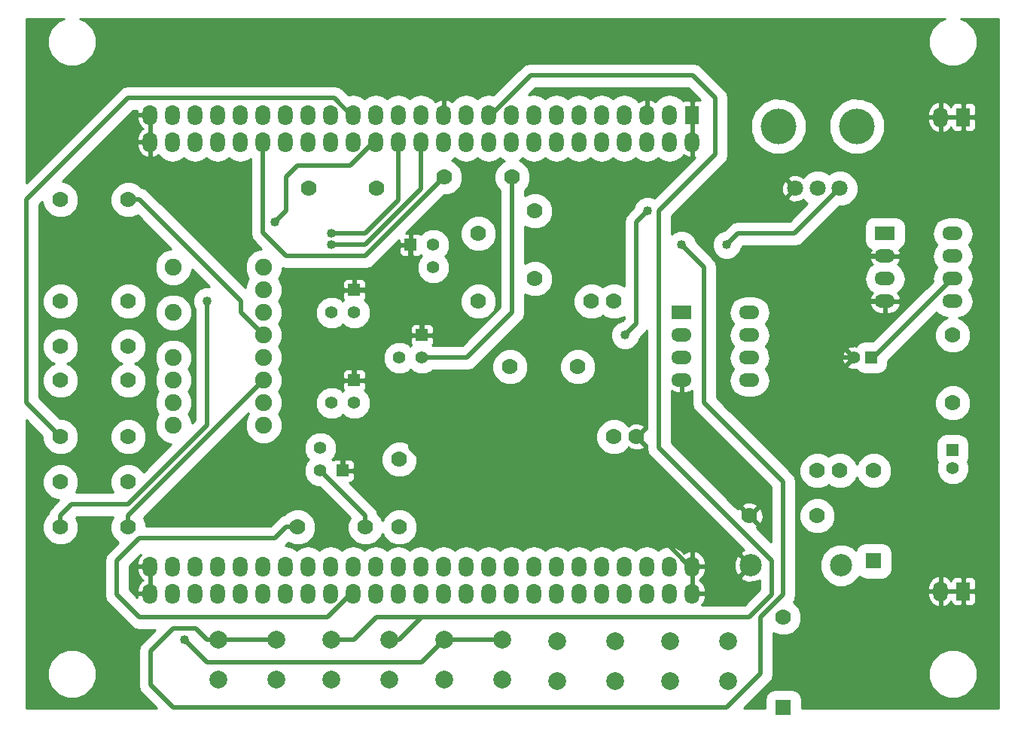
<source format=gbr>
G04 #@! TF.FileFunction,Copper,L2,Bot,Signal*
%FSLAX46Y46*%
G04 Gerber Fmt 4.6, Leading zero omitted, Abs format (unit mm)*
G04 Created by KiCad (PCBNEW 4.0.7) date 07/04/18 13:56:47*
%MOMM*%
%LPD*%
G01*
G04 APERTURE LIST*
%ADD10C,0.100000*%
%ADD11C,2.499360*%
%ADD12R,2.286000X1.524000*%
%ADD13O,2.286000X1.524000*%
%ADD14C,1.778000*%
%ADD15R,1.524000X2.032000*%
%ADD16O,1.651000X2.286000*%
%ADD17C,1.397000*%
%ADD18R,1.397000X1.397000*%
%ADD19R,1.778000X1.778000*%
%ADD20C,1.800000*%
%ADD21C,4.000000*%
%ADD22C,2.000000*%
%ADD23C,1.905000*%
%ADD24C,1.016000*%
%ADD25C,0.508000*%
%ADD26C,0.254000*%
G04 APERTURE END LIST*
D10*
D11*
X180467000Y-130048000D03*
X170307000Y-130048000D03*
D12*
X162560000Y-101600000D03*
D13*
X162560000Y-104140000D03*
X162560000Y-106680000D03*
X162560000Y-109220000D03*
X170180000Y-109220000D03*
X170180000Y-106680000D03*
X170180000Y-104140000D03*
X170180000Y-101600000D03*
D14*
X150876000Y-107696000D03*
X143256000Y-107696000D03*
D15*
X194219900Y-132943600D03*
D16*
X191679900Y-132943600D03*
X191679900Y-79603600D03*
D15*
X194219900Y-79603600D03*
X163741100Y-79349600D03*
D16*
X161201100Y-79349600D03*
X158661100Y-79349600D03*
X156121100Y-79349600D03*
X153581100Y-79349600D03*
X151041100Y-79349600D03*
X148501100Y-79349600D03*
X145961100Y-79349600D03*
X143421100Y-79349600D03*
X140881100Y-79349600D03*
X138341100Y-79349600D03*
X135801100Y-79349600D03*
X133261100Y-79349600D03*
X130721100Y-79349600D03*
X128181100Y-79349600D03*
X125641100Y-79349600D03*
X123101100Y-79349600D03*
X120561100Y-79349600D03*
X118021100Y-79349600D03*
X115481100Y-79349600D03*
X112941100Y-79349600D03*
X110401100Y-79349600D03*
X107861100Y-79349600D03*
X105321100Y-79349600D03*
X102781100Y-79349600D03*
X163741100Y-82397600D03*
X161201100Y-82397600D03*
X158661100Y-82397600D03*
X156121100Y-82397600D03*
X153581100Y-82397600D03*
X151041100Y-82397600D03*
X148501100Y-82397600D03*
X145961100Y-82397600D03*
X143421100Y-82397600D03*
X140881100Y-82397600D03*
X138341100Y-82397600D03*
X135801100Y-82397600D03*
X133261100Y-82397600D03*
X130721100Y-82397600D03*
X128181100Y-82397600D03*
X125641100Y-82397600D03*
X123101100Y-82397600D03*
X120561100Y-82397600D03*
X118021100Y-82397600D03*
X115481100Y-82397600D03*
X112941100Y-82397600D03*
X110401100Y-82397600D03*
X107861100Y-82397600D03*
X105321100Y-82397600D03*
X102781100Y-82397600D03*
X163741100Y-130149600D03*
X161201100Y-130149600D03*
X158661100Y-130149600D03*
X156121100Y-130149600D03*
X153581100Y-130149600D03*
X151041100Y-130149600D03*
X148501100Y-130149600D03*
X145961100Y-130149600D03*
X143421100Y-130149600D03*
X140881100Y-130149600D03*
X138341100Y-130149600D03*
X135801100Y-130149600D03*
X133261100Y-130149600D03*
X130721100Y-130149600D03*
X128181100Y-130149600D03*
X125641100Y-130149600D03*
X123101100Y-130149600D03*
X120561100Y-130149600D03*
X118021100Y-130149600D03*
X115481100Y-130149600D03*
X112941100Y-130149600D03*
X110401100Y-130149600D03*
X107861100Y-130149600D03*
X105321100Y-130149600D03*
X102781100Y-130149600D03*
X163741100Y-133197600D03*
X161201100Y-133197600D03*
X158661100Y-133197600D03*
X156121100Y-133197600D03*
X153581100Y-133197600D03*
X151041100Y-133197600D03*
X148501100Y-133197600D03*
X145961100Y-133197600D03*
X143421100Y-133197600D03*
X140881100Y-133197600D03*
X138341100Y-133197600D03*
X135801100Y-133197600D03*
X133261100Y-133197600D03*
X130721100Y-133197600D03*
X128181100Y-133197600D03*
X125641100Y-133197600D03*
X123101100Y-133197600D03*
X120561100Y-133197600D03*
X118021100Y-133197600D03*
X115481100Y-133197600D03*
X112941100Y-133197600D03*
X110401100Y-133197600D03*
X107861100Y-133197600D03*
X105321100Y-133197600D03*
X102781100Y-133197600D03*
D14*
X180340000Y-119380000D03*
X177800000Y-119380000D03*
D17*
X193040000Y-119110000D03*
D18*
X193040000Y-117110000D03*
D14*
X154940000Y-115570000D03*
X157480000Y-115570000D03*
D17*
X181880000Y-106680000D03*
D18*
X183880000Y-106680000D03*
D14*
X154940000Y-100330000D03*
X152400000Y-100330000D03*
D19*
X184150000Y-129540000D03*
D14*
X184150000Y-119380000D03*
D19*
X173990000Y-146050000D03*
D14*
X173990000Y-135890000D03*
D20*
X175340000Y-87630000D03*
X177840000Y-87630000D03*
X180340000Y-87630000D03*
D21*
X173440000Y-80630000D03*
X182240000Y-80630000D03*
D18*
X132080000Y-93980000D03*
D17*
X134620000Y-93980000D03*
X134620000Y-96520000D03*
D18*
X125730000Y-99060000D03*
D17*
X125730000Y-101600000D03*
X123190000Y-101600000D03*
D18*
X133350000Y-104140000D03*
D17*
X133350000Y-106680000D03*
X130810000Y-106680000D03*
D18*
X125730000Y-109220000D03*
D17*
X125730000Y-111760000D03*
X123190000Y-111760000D03*
D18*
X124460000Y-119380000D03*
D17*
X121920000Y-119380000D03*
X121920000Y-116840000D03*
D14*
X170180000Y-124460000D03*
X177800000Y-124460000D03*
X146050000Y-97790000D03*
X146050000Y-90170000D03*
X128270000Y-87630000D03*
X120650000Y-87630000D03*
X139700000Y-100330000D03*
X139700000Y-92710000D03*
X143510000Y-86360000D03*
X135890000Y-86360000D03*
X130810000Y-118110000D03*
X130810000Y-125730000D03*
X92710000Y-109220000D03*
X100330000Y-109220000D03*
X92710000Y-120650000D03*
X100330000Y-120650000D03*
X92710000Y-105410000D03*
X100330000Y-105410000D03*
X92710000Y-125730000D03*
X100330000Y-125730000D03*
X92710000Y-88900000D03*
X100330000Y-88900000D03*
X92710000Y-100330000D03*
X100330000Y-100330000D03*
X92710000Y-115570000D03*
X100330000Y-115570000D03*
X127000000Y-125730000D03*
X119380000Y-125730000D03*
X193040000Y-104140000D03*
X193040000Y-111760000D03*
D22*
X110490000Y-142930000D03*
X110490000Y-138430000D03*
X116990000Y-142930000D03*
X116990000Y-138430000D03*
X123190000Y-142930000D03*
X123190000Y-138430000D03*
X129690000Y-142930000D03*
X129690000Y-138430000D03*
X135890000Y-142930000D03*
X135890000Y-138430000D03*
X142390000Y-142930000D03*
X142390000Y-138430000D03*
X148590000Y-143057000D03*
X148590000Y-138557000D03*
X155090000Y-143057000D03*
X155090000Y-138557000D03*
X161290000Y-143057000D03*
X161290000Y-138557000D03*
X167790000Y-143057000D03*
X167790000Y-138557000D03*
D12*
X185420000Y-92710000D03*
D13*
X185420000Y-95250000D03*
X185420000Y-97790000D03*
X185420000Y-100330000D03*
X193040000Y-100330000D03*
X193040000Y-97790000D03*
X193040000Y-95250000D03*
X193040000Y-92710000D03*
D23*
X115570000Y-111760000D03*
X115570000Y-109220000D03*
X115570000Y-106680000D03*
X115570000Y-104140000D03*
X115570000Y-101600000D03*
X115570000Y-99060000D03*
X115570000Y-96520000D03*
X115570000Y-114300000D03*
X105410000Y-96520000D03*
X105410000Y-101600000D03*
X105410000Y-106680000D03*
X105410000Y-109220000D03*
X105410000Y-111760000D03*
X105410000Y-114300000D03*
D24*
X176530000Y-95250000D03*
X173990000Y-115570000D03*
X158750000Y-90170000D03*
X156210000Y-104140000D03*
X167640000Y-93980000D03*
X123190000Y-93980000D03*
X123190000Y-92710000D03*
X109220000Y-100330000D03*
X116840000Y-91440000D03*
X162560000Y-93980000D03*
X106680000Y-138430000D03*
D25*
X181880000Y-106680000D02*
X177800000Y-106680000D01*
X177800000Y-106680000D02*
X173990000Y-110490000D01*
X185420000Y-100330000D02*
X180340000Y-100330000D01*
X180340000Y-100330000D02*
X173990000Y-106680000D01*
X140970000Y-125730000D02*
X159067500Y-125730000D01*
X140970000Y-125730000D02*
X132080000Y-116840000D01*
X132080000Y-116840000D02*
X132080000Y-113030000D01*
X128270000Y-109220000D02*
X132080000Y-113030000D01*
X159067500Y-125730000D02*
X163741100Y-130403600D01*
X185420000Y-95250000D02*
X176530000Y-95250000D01*
X125730000Y-99060000D02*
X129540000Y-99060000D01*
X129540000Y-99060000D02*
X130810000Y-100330000D01*
X132080000Y-93980000D02*
X132080000Y-99060000D01*
X132080000Y-99060000D02*
X130810000Y-100330000D01*
X124460000Y-119380000D02*
X124460000Y-116840000D01*
X128270000Y-113030000D02*
X128270000Y-109220000D01*
X128270000Y-109220000D02*
X128270000Y-102870000D01*
X124460000Y-116840000D02*
X128270000Y-113030000D01*
X125730000Y-109220000D02*
X125730000Y-105410000D01*
X125730000Y-105410000D02*
X128270000Y-102870000D01*
X128270000Y-102870000D02*
X130810000Y-100330000D01*
X130810000Y-100330000D02*
X131445000Y-99695000D01*
X133350000Y-104140000D02*
X133350000Y-101600000D01*
X133350000Y-101600000D02*
X131445000Y-99695000D01*
X173990000Y-106680000D02*
X173990000Y-110490000D01*
X173990000Y-110490000D02*
X173990000Y-115570000D01*
X183880000Y-106680000D02*
X184150000Y-106680000D01*
X184150000Y-106680000D02*
X193040000Y-97790000D01*
X157480000Y-91440000D02*
X158750000Y-90170000D01*
X157480000Y-102870000D02*
X157480000Y-91440000D01*
X156210000Y-104140000D02*
X157480000Y-102870000D01*
X175260000Y-92710000D02*
X180340000Y-87630000D01*
X168910000Y-92710000D02*
X175260000Y-92710000D01*
X167640000Y-93980000D02*
X168910000Y-92710000D01*
X133350000Y-106680000D02*
X138430000Y-106680000D01*
X143510000Y-101600000D02*
X143510000Y-86360000D01*
X138430000Y-106680000D02*
X143510000Y-101600000D01*
X127000000Y-125730000D02*
X127000000Y-124460000D01*
X127000000Y-124460000D02*
X121920000Y-119380000D01*
X135890000Y-86360000D02*
X127000000Y-95250000D01*
X115481100Y-92621100D02*
X115481100Y-82143600D01*
X118110000Y-95250000D02*
X115481100Y-92621100D01*
X127000000Y-95250000D02*
X118110000Y-95250000D01*
X133261100Y-82143600D02*
X133261100Y-87718900D01*
X127000000Y-93980000D02*
X123190000Y-93980000D01*
X133261100Y-87718900D02*
X127000000Y-93980000D01*
X92710000Y-125730000D02*
X92710000Y-124460000D01*
X130721100Y-88988900D02*
X130721100Y-82143600D01*
X127000000Y-92710000D02*
X130721100Y-88988900D01*
X123190000Y-92710000D02*
X127000000Y-92710000D01*
X109220000Y-114300000D02*
X109220000Y-100330000D01*
X100330000Y-123190000D02*
X109220000Y-114300000D01*
X93980000Y-123190000D02*
X100330000Y-123190000D01*
X92710000Y-124460000D02*
X93980000Y-123190000D01*
X100330000Y-125730000D02*
X100330000Y-124460000D01*
X100330000Y-124460000D02*
X115570000Y-109220000D01*
X100330000Y-88900000D02*
X101600000Y-88900000D01*
X113030000Y-101600000D02*
X115570000Y-104140000D01*
X113030000Y-100330000D02*
X113030000Y-101600000D01*
X101600000Y-88900000D02*
X113030000Y-100330000D01*
X125234700Y-85090000D02*
X128181100Y-82143600D01*
X119380000Y-85090000D02*
X125234700Y-85090000D01*
X118110000Y-86360000D02*
X119380000Y-85090000D01*
X118110000Y-90170000D02*
X118110000Y-86360000D01*
X116840000Y-91440000D02*
X118110000Y-90170000D01*
X92710000Y-115570000D02*
X88900000Y-111760000D01*
X123507500Y-77470000D02*
X125641100Y-79603600D01*
X100330000Y-77470000D02*
X123507500Y-77470000D01*
X88900000Y-88900000D02*
X100330000Y-77470000D01*
X88900000Y-111760000D02*
X88900000Y-88900000D01*
X119380000Y-125730000D02*
X118110000Y-125730000D01*
X122694700Y-135890000D02*
X125641100Y-132943600D01*
X101600000Y-135890000D02*
X122694700Y-135890000D01*
X99060000Y-133350000D02*
X101600000Y-135890000D01*
X99060000Y-129540000D02*
X99060000Y-133350000D01*
X101600000Y-127000000D02*
X99060000Y-129540000D01*
X116840000Y-127000000D02*
X101600000Y-127000000D01*
X118110000Y-125730000D02*
X116840000Y-127000000D01*
X129690000Y-138430000D02*
X130810000Y-138430000D01*
X130810000Y-138430000D02*
X133350000Y-135890000D01*
X166370000Y-77470000D02*
X163830000Y-74930000D01*
X125730000Y-138430000D02*
X128270000Y-135890000D01*
X128270000Y-135890000D02*
X133350000Y-135890000D01*
X133350000Y-135890000D02*
X170180000Y-135890000D01*
X170180000Y-135890000D02*
X172720000Y-133350000D01*
X172720000Y-133350000D02*
X172720000Y-129540000D01*
X172720000Y-129540000D02*
X160020000Y-116840000D01*
X160020000Y-116840000D02*
X160020000Y-90170000D01*
X160020000Y-90170000D02*
X166370000Y-83820000D01*
X166370000Y-83820000D02*
X166370000Y-77470000D01*
X123190000Y-138430000D02*
X125730000Y-138430000D01*
X145554700Y-74930000D02*
X140881100Y-79603600D01*
X163830000Y-74930000D02*
X145554700Y-74930000D01*
X109220000Y-138430000D02*
X107950000Y-137160000D01*
X107950000Y-137160000D02*
X105410000Y-137160000D01*
X105410000Y-137160000D02*
X102870000Y-139700000D01*
X102870000Y-139700000D02*
X102870000Y-143510000D01*
X102870000Y-143510000D02*
X105410000Y-146050000D01*
X105410000Y-146050000D02*
X167640000Y-146050000D01*
X167640000Y-146050000D02*
X171450000Y-142240000D01*
X171450000Y-142240000D02*
X171450000Y-135890000D01*
X171450000Y-135890000D02*
X173990000Y-133350000D01*
X173990000Y-133350000D02*
X173990000Y-120650000D01*
X173990000Y-120650000D02*
X165100000Y-111760000D01*
X165100000Y-111760000D02*
X165100000Y-96520000D01*
X165100000Y-96520000D02*
X162560000Y-93980000D01*
X110490000Y-138430000D02*
X109220000Y-138430000D01*
X116990000Y-138430000D02*
X110490000Y-138430000D01*
X142390000Y-138430000D02*
X135890000Y-138430000D01*
X135890000Y-138430000D02*
X133350000Y-140970000D01*
X133350000Y-140970000D02*
X109220000Y-140970000D01*
X109220000Y-140970000D02*
X106680000Y-138430000D01*
D26*
G36*
X101320600Y-78905100D02*
X101320600Y-79222600D01*
X102654100Y-79222600D01*
X102654100Y-79202600D01*
X102908100Y-79202600D01*
X102908100Y-79222600D01*
X102928100Y-79222600D01*
X102928100Y-79476600D01*
X102908100Y-79476600D01*
X102908100Y-82270600D01*
X102928100Y-82270600D01*
X102928100Y-82524600D01*
X102908100Y-82524600D01*
X102908100Y-84010640D01*
X103134144Y-84132288D01*
X103222677Y-84113027D01*
X103720513Y-83839562D01*
X103929160Y-84151825D01*
X104567788Y-84578542D01*
X105321100Y-84728385D01*
X106074412Y-84578542D01*
X106591100Y-84233303D01*
X107107788Y-84578542D01*
X107861100Y-84728385D01*
X108614412Y-84578542D01*
X109131100Y-84233303D01*
X109647788Y-84578542D01*
X110401100Y-84728385D01*
X111154412Y-84578542D01*
X111671100Y-84233303D01*
X112187788Y-84578542D01*
X112941100Y-84728385D01*
X113694412Y-84578542D01*
X114084100Y-84318161D01*
X114084100Y-92621100D01*
X114190440Y-93155709D01*
X114493272Y-93608928D01*
X115308615Y-94424271D01*
X115155008Y-94424137D01*
X114384545Y-94742486D01*
X113794558Y-95331445D01*
X113474865Y-96101351D01*
X113474137Y-96934992D01*
X113792486Y-97705455D01*
X113876515Y-97789631D01*
X113794558Y-97871445D01*
X113474865Y-98641351D01*
X113474727Y-98799071D01*
X102587828Y-87912172D01*
X102134609Y-87609340D01*
X101857804Y-87554280D01*
X101482538Y-87178359D01*
X100735963Y-86868354D01*
X99927584Y-86867648D01*
X99180468Y-87176350D01*
X98608359Y-87747462D01*
X98298354Y-88494037D01*
X98297648Y-89302416D01*
X98606350Y-90049532D01*
X99177462Y-90621641D01*
X99924037Y-90931646D01*
X100732416Y-90932352D01*
X101386453Y-90662109D01*
X105148615Y-94424271D01*
X104995008Y-94424137D01*
X104224545Y-94742486D01*
X103634558Y-95331445D01*
X103314865Y-96101351D01*
X103314137Y-96934992D01*
X103632486Y-97705455D01*
X104221445Y-98295442D01*
X104991351Y-98615135D01*
X105824992Y-98615863D01*
X106595455Y-98297514D01*
X107185442Y-97708555D01*
X107505135Y-96938649D01*
X107505273Y-96780929D01*
X109403503Y-98679159D01*
X108893037Y-98678714D01*
X108286005Y-98929534D01*
X107821166Y-99393563D01*
X107569287Y-100000155D01*
X107568714Y-100656963D01*
X107819534Y-101263995D01*
X107823000Y-101267467D01*
X107823000Y-113721344D01*
X107505729Y-114038615D01*
X107505863Y-113885008D01*
X107187514Y-113114545D01*
X107103485Y-113030369D01*
X107185442Y-112948555D01*
X107505135Y-112178649D01*
X107505863Y-111345008D01*
X107187514Y-110574545D01*
X107103485Y-110490369D01*
X107185442Y-110408555D01*
X107505135Y-109638649D01*
X107505863Y-108805008D01*
X107187514Y-108034545D01*
X107103485Y-107950369D01*
X107185442Y-107868555D01*
X107505135Y-107098649D01*
X107505863Y-106265008D01*
X107187514Y-105494545D01*
X106598555Y-104904558D01*
X105828649Y-104584865D01*
X104995008Y-104584137D01*
X104224545Y-104902486D01*
X103634558Y-105491445D01*
X103314865Y-106261351D01*
X103314137Y-107094992D01*
X103632486Y-107865455D01*
X103716515Y-107949631D01*
X103634558Y-108031445D01*
X103314865Y-108801351D01*
X103314137Y-109634992D01*
X103632486Y-110405455D01*
X103716515Y-110489631D01*
X103634558Y-110571445D01*
X103314865Y-111341351D01*
X103314137Y-112174992D01*
X103632486Y-112945455D01*
X103716515Y-113029631D01*
X103634558Y-113111445D01*
X103314865Y-113881351D01*
X103314137Y-114714992D01*
X103632486Y-115485455D01*
X104221445Y-116075442D01*
X104991351Y-116395135D01*
X105149071Y-116395273D01*
X102048767Y-119495577D01*
X101482538Y-118928359D01*
X100735963Y-118618354D01*
X99927584Y-118617648D01*
X99180468Y-118926350D01*
X98608359Y-119497462D01*
X98298354Y-120244037D01*
X98297648Y-121052416D01*
X98603651Y-121793000D01*
X94435602Y-121793000D01*
X94741646Y-121055963D01*
X94742352Y-120247584D01*
X94433650Y-119500468D01*
X93862538Y-118928359D01*
X93115963Y-118618354D01*
X92307584Y-118617648D01*
X91560468Y-118926350D01*
X90988359Y-119497462D01*
X90678354Y-120244037D01*
X90677648Y-121052416D01*
X90986350Y-121799532D01*
X91557462Y-122371641D01*
X92304037Y-122681646D01*
X92512516Y-122681828D01*
X91722172Y-123472172D01*
X91419340Y-123925391D01*
X91364280Y-124202196D01*
X90988359Y-124577462D01*
X90678354Y-125324037D01*
X90677648Y-126132416D01*
X90986350Y-126879532D01*
X91557462Y-127451641D01*
X92304037Y-127761646D01*
X93112416Y-127762352D01*
X93859532Y-127453650D01*
X94431641Y-126882538D01*
X94741646Y-126135963D01*
X94742352Y-125327584D01*
X94472109Y-124673547D01*
X94558656Y-124587000D01*
X98604398Y-124587000D01*
X98298354Y-125324037D01*
X98297648Y-126132416D01*
X98606350Y-126879532D01*
X99175085Y-127449259D01*
X98072172Y-128552172D01*
X97769340Y-129005391D01*
X97663000Y-129540000D01*
X97663000Y-133350000D01*
X97769340Y-133884609D01*
X98072172Y-134337828D01*
X100612172Y-136877828D01*
X101065391Y-137180660D01*
X101600000Y-137287000D01*
X103307344Y-137287000D01*
X101882172Y-138712172D01*
X101579340Y-139165391D01*
X101473000Y-139700000D01*
X101473000Y-143510000D01*
X101579340Y-144044609D01*
X101882172Y-144497828D01*
X103486344Y-146102000D01*
X88848000Y-146102000D01*
X88848000Y-142783223D01*
X91236524Y-142783223D01*
X91653241Y-143791755D01*
X92424186Y-144564047D01*
X93431990Y-144982523D01*
X94523223Y-144983476D01*
X95531755Y-144566759D01*
X96304047Y-143795814D01*
X96722523Y-142788010D01*
X96723476Y-141696777D01*
X96306759Y-140688245D01*
X95535814Y-139915953D01*
X94528010Y-139497477D01*
X93436777Y-139496524D01*
X92428245Y-139913241D01*
X91655953Y-140684186D01*
X91237477Y-141691990D01*
X91236524Y-142783223D01*
X88848000Y-142783223D01*
X88848000Y-113683656D01*
X90678049Y-115513705D01*
X90677648Y-115972416D01*
X90986350Y-116719532D01*
X91557462Y-117291641D01*
X92304037Y-117601646D01*
X93112416Y-117602352D01*
X93859532Y-117293650D01*
X94431641Y-116722538D01*
X94741646Y-115975963D01*
X94741649Y-115972416D01*
X98297648Y-115972416D01*
X98606350Y-116719532D01*
X99177462Y-117291641D01*
X99924037Y-117601646D01*
X100732416Y-117602352D01*
X101479532Y-117293650D01*
X102051641Y-116722538D01*
X102361646Y-115975963D01*
X102362352Y-115167584D01*
X102053650Y-114420468D01*
X101482538Y-113848359D01*
X100735963Y-113538354D01*
X99927584Y-113537648D01*
X99180468Y-113846350D01*
X98608359Y-114417462D01*
X98298354Y-115164037D01*
X98297648Y-115972416D01*
X94741649Y-115972416D01*
X94742352Y-115167584D01*
X94433650Y-114420468D01*
X93862538Y-113848359D01*
X93115963Y-113538354D01*
X92653606Y-113537950D01*
X90297000Y-111181344D01*
X90297000Y-105812416D01*
X90677648Y-105812416D01*
X90986350Y-106559532D01*
X91557462Y-107131641D01*
X91999204Y-107315068D01*
X91560468Y-107496350D01*
X90988359Y-108067462D01*
X90678354Y-108814037D01*
X90677648Y-109622416D01*
X90986350Y-110369532D01*
X91557462Y-110941641D01*
X92304037Y-111251646D01*
X93112416Y-111252352D01*
X93859532Y-110943650D01*
X94431641Y-110372538D01*
X94741646Y-109625963D01*
X94742352Y-108817584D01*
X94433650Y-108070468D01*
X93862538Y-107498359D01*
X93420796Y-107314932D01*
X93859532Y-107133650D01*
X94431641Y-106562538D01*
X94741646Y-105815963D01*
X94741649Y-105812416D01*
X98297648Y-105812416D01*
X98606350Y-106559532D01*
X99177462Y-107131641D01*
X99619204Y-107315068D01*
X99180468Y-107496350D01*
X98608359Y-108067462D01*
X98298354Y-108814037D01*
X98297648Y-109622416D01*
X98606350Y-110369532D01*
X99177462Y-110941641D01*
X99924037Y-111251646D01*
X100732416Y-111252352D01*
X101479532Y-110943650D01*
X102051641Y-110372538D01*
X102361646Y-109625963D01*
X102362352Y-108817584D01*
X102053650Y-108070468D01*
X101482538Y-107498359D01*
X101040796Y-107314932D01*
X101479532Y-107133650D01*
X102051641Y-106562538D01*
X102361646Y-105815963D01*
X102362352Y-105007584D01*
X102053650Y-104260468D01*
X101482538Y-103688359D01*
X100735963Y-103378354D01*
X99927584Y-103377648D01*
X99180468Y-103686350D01*
X98608359Y-104257462D01*
X98298354Y-105004037D01*
X98297648Y-105812416D01*
X94741649Y-105812416D01*
X94742352Y-105007584D01*
X94433650Y-104260468D01*
X93862538Y-103688359D01*
X93115963Y-103378354D01*
X92307584Y-103377648D01*
X91560468Y-103686350D01*
X90988359Y-104257462D01*
X90678354Y-105004037D01*
X90677648Y-105812416D01*
X90297000Y-105812416D01*
X90297000Y-100732416D01*
X90677648Y-100732416D01*
X90986350Y-101479532D01*
X91557462Y-102051641D01*
X92304037Y-102361646D01*
X93112416Y-102362352D01*
X93859532Y-102053650D01*
X94431641Y-101482538D01*
X94741646Y-100735963D01*
X94741649Y-100732416D01*
X98297648Y-100732416D01*
X98606350Y-101479532D01*
X99177462Y-102051641D01*
X99924037Y-102361646D01*
X100732416Y-102362352D01*
X101479532Y-102053650D01*
X101518257Y-102014992D01*
X103314137Y-102014992D01*
X103632486Y-102785455D01*
X104221445Y-103375442D01*
X104991351Y-103695135D01*
X105824992Y-103695863D01*
X106595455Y-103377514D01*
X107185442Y-102788555D01*
X107505135Y-102018649D01*
X107505863Y-101185008D01*
X107187514Y-100414545D01*
X106598555Y-99824558D01*
X105828649Y-99504865D01*
X104995008Y-99504137D01*
X104224545Y-99822486D01*
X103634558Y-100411445D01*
X103314865Y-101181351D01*
X103314137Y-102014992D01*
X101518257Y-102014992D01*
X102051641Y-101482538D01*
X102361646Y-100735963D01*
X102362352Y-99927584D01*
X102053650Y-99180468D01*
X101482538Y-98608359D01*
X100735963Y-98298354D01*
X99927584Y-98297648D01*
X99180468Y-98606350D01*
X98608359Y-99177462D01*
X98298354Y-99924037D01*
X98297648Y-100732416D01*
X94741649Y-100732416D01*
X94742352Y-99927584D01*
X94433650Y-99180468D01*
X93862538Y-98608359D01*
X93115963Y-98298354D01*
X92307584Y-98297648D01*
X91560468Y-98606350D01*
X90988359Y-99177462D01*
X90678354Y-99924037D01*
X90677648Y-100732416D01*
X90297000Y-100732416D01*
X90297000Y-89478656D01*
X90677827Y-89097829D01*
X90677648Y-89302416D01*
X90986350Y-90049532D01*
X91557462Y-90621641D01*
X92304037Y-90931646D01*
X93112416Y-90932352D01*
X93859532Y-90623650D01*
X94431641Y-90052538D01*
X94741646Y-89305963D01*
X94742352Y-88497584D01*
X94433650Y-87750468D01*
X93862538Y-87178359D01*
X93115963Y-86868354D01*
X92907484Y-86868172D01*
X97251056Y-82524600D01*
X101320600Y-82524600D01*
X101320600Y-82842100D01*
X101480375Y-83391342D01*
X101838173Y-83837632D01*
X102339523Y-84113027D01*
X102428056Y-84132288D01*
X102654100Y-84010640D01*
X102654100Y-82524600D01*
X101320600Y-82524600D01*
X97251056Y-82524600D01*
X100299056Y-79476600D01*
X101320600Y-79476600D01*
X101320600Y-79794100D01*
X101480375Y-80343342D01*
X101838173Y-80789632D01*
X101991035Y-80873600D01*
X101838173Y-80957568D01*
X101480375Y-81403858D01*
X101320600Y-81953100D01*
X101320600Y-82270600D01*
X102654100Y-82270600D01*
X102654100Y-79476600D01*
X101320600Y-79476600D01*
X100299056Y-79476600D01*
X100908656Y-78867000D01*
X101331683Y-78867000D01*
X101320600Y-78905100D01*
X101320600Y-78905100D01*
G37*
X101320600Y-78905100D02*
X101320600Y-79222600D01*
X102654100Y-79222600D01*
X102654100Y-79202600D01*
X102908100Y-79202600D01*
X102908100Y-79222600D01*
X102928100Y-79222600D01*
X102928100Y-79476600D01*
X102908100Y-79476600D01*
X102908100Y-82270600D01*
X102928100Y-82270600D01*
X102928100Y-82524600D01*
X102908100Y-82524600D01*
X102908100Y-84010640D01*
X103134144Y-84132288D01*
X103222677Y-84113027D01*
X103720513Y-83839562D01*
X103929160Y-84151825D01*
X104567788Y-84578542D01*
X105321100Y-84728385D01*
X106074412Y-84578542D01*
X106591100Y-84233303D01*
X107107788Y-84578542D01*
X107861100Y-84728385D01*
X108614412Y-84578542D01*
X109131100Y-84233303D01*
X109647788Y-84578542D01*
X110401100Y-84728385D01*
X111154412Y-84578542D01*
X111671100Y-84233303D01*
X112187788Y-84578542D01*
X112941100Y-84728385D01*
X113694412Y-84578542D01*
X114084100Y-84318161D01*
X114084100Y-92621100D01*
X114190440Y-93155709D01*
X114493272Y-93608928D01*
X115308615Y-94424271D01*
X115155008Y-94424137D01*
X114384545Y-94742486D01*
X113794558Y-95331445D01*
X113474865Y-96101351D01*
X113474137Y-96934992D01*
X113792486Y-97705455D01*
X113876515Y-97789631D01*
X113794558Y-97871445D01*
X113474865Y-98641351D01*
X113474727Y-98799071D01*
X102587828Y-87912172D01*
X102134609Y-87609340D01*
X101857804Y-87554280D01*
X101482538Y-87178359D01*
X100735963Y-86868354D01*
X99927584Y-86867648D01*
X99180468Y-87176350D01*
X98608359Y-87747462D01*
X98298354Y-88494037D01*
X98297648Y-89302416D01*
X98606350Y-90049532D01*
X99177462Y-90621641D01*
X99924037Y-90931646D01*
X100732416Y-90932352D01*
X101386453Y-90662109D01*
X105148615Y-94424271D01*
X104995008Y-94424137D01*
X104224545Y-94742486D01*
X103634558Y-95331445D01*
X103314865Y-96101351D01*
X103314137Y-96934992D01*
X103632486Y-97705455D01*
X104221445Y-98295442D01*
X104991351Y-98615135D01*
X105824992Y-98615863D01*
X106595455Y-98297514D01*
X107185442Y-97708555D01*
X107505135Y-96938649D01*
X107505273Y-96780929D01*
X109403503Y-98679159D01*
X108893037Y-98678714D01*
X108286005Y-98929534D01*
X107821166Y-99393563D01*
X107569287Y-100000155D01*
X107568714Y-100656963D01*
X107819534Y-101263995D01*
X107823000Y-101267467D01*
X107823000Y-113721344D01*
X107505729Y-114038615D01*
X107505863Y-113885008D01*
X107187514Y-113114545D01*
X107103485Y-113030369D01*
X107185442Y-112948555D01*
X107505135Y-112178649D01*
X107505863Y-111345008D01*
X107187514Y-110574545D01*
X107103485Y-110490369D01*
X107185442Y-110408555D01*
X107505135Y-109638649D01*
X107505863Y-108805008D01*
X107187514Y-108034545D01*
X107103485Y-107950369D01*
X107185442Y-107868555D01*
X107505135Y-107098649D01*
X107505863Y-106265008D01*
X107187514Y-105494545D01*
X106598555Y-104904558D01*
X105828649Y-104584865D01*
X104995008Y-104584137D01*
X104224545Y-104902486D01*
X103634558Y-105491445D01*
X103314865Y-106261351D01*
X103314137Y-107094992D01*
X103632486Y-107865455D01*
X103716515Y-107949631D01*
X103634558Y-108031445D01*
X103314865Y-108801351D01*
X103314137Y-109634992D01*
X103632486Y-110405455D01*
X103716515Y-110489631D01*
X103634558Y-110571445D01*
X103314865Y-111341351D01*
X103314137Y-112174992D01*
X103632486Y-112945455D01*
X103716515Y-113029631D01*
X103634558Y-113111445D01*
X103314865Y-113881351D01*
X103314137Y-114714992D01*
X103632486Y-115485455D01*
X104221445Y-116075442D01*
X104991351Y-116395135D01*
X105149071Y-116395273D01*
X102048767Y-119495577D01*
X101482538Y-118928359D01*
X100735963Y-118618354D01*
X99927584Y-118617648D01*
X99180468Y-118926350D01*
X98608359Y-119497462D01*
X98298354Y-120244037D01*
X98297648Y-121052416D01*
X98603651Y-121793000D01*
X94435602Y-121793000D01*
X94741646Y-121055963D01*
X94742352Y-120247584D01*
X94433650Y-119500468D01*
X93862538Y-118928359D01*
X93115963Y-118618354D01*
X92307584Y-118617648D01*
X91560468Y-118926350D01*
X90988359Y-119497462D01*
X90678354Y-120244037D01*
X90677648Y-121052416D01*
X90986350Y-121799532D01*
X91557462Y-122371641D01*
X92304037Y-122681646D01*
X92512516Y-122681828D01*
X91722172Y-123472172D01*
X91419340Y-123925391D01*
X91364280Y-124202196D01*
X90988359Y-124577462D01*
X90678354Y-125324037D01*
X90677648Y-126132416D01*
X90986350Y-126879532D01*
X91557462Y-127451641D01*
X92304037Y-127761646D01*
X93112416Y-127762352D01*
X93859532Y-127453650D01*
X94431641Y-126882538D01*
X94741646Y-126135963D01*
X94742352Y-125327584D01*
X94472109Y-124673547D01*
X94558656Y-124587000D01*
X98604398Y-124587000D01*
X98298354Y-125324037D01*
X98297648Y-126132416D01*
X98606350Y-126879532D01*
X99175085Y-127449259D01*
X98072172Y-128552172D01*
X97769340Y-129005391D01*
X97663000Y-129540000D01*
X97663000Y-133350000D01*
X97769340Y-133884609D01*
X98072172Y-134337828D01*
X100612172Y-136877828D01*
X101065391Y-137180660D01*
X101600000Y-137287000D01*
X103307344Y-137287000D01*
X101882172Y-138712172D01*
X101579340Y-139165391D01*
X101473000Y-139700000D01*
X101473000Y-143510000D01*
X101579340Y-144044609D01*
X101882172Y-144497828D01*
X103486344Y-146102000D01*
X88848000Y-146102000D01*
X88848000Y-142783223D01*
X91236524Y-142783223D01*
X91653241Y-143791755D01*
X92424186Y-144564047D01*
X93431990Y-144982523D01*
X94523223Y-144983476D01*
X95531755Y-144566759D01*
X96304047Y-143795814D01*
X96722523Y-142788010D01*
X96723476Y-141696777D01*
X96306759Y-140688245D01*
X95535814Y-139915953D01*
X94528010Y-139497477D01*
X93436777Y-139496524D01*
X92428245Y-139913241D01*
X91655953Y-140684186D01*
X91237477Y-141691990D01*
X91236524Y-142783223D01*
X88848000Y-142783223D01*
X88848000Y-113683656D01*
X90678049Y-115513705D01*
X90677648Y-115972416D01*
X90986350Y-116719532D01*
X91557462Y-117291641D01*
X92304037Y-117601646D01*
X93112416Y-117602352D01*
X93859532Y-117293650D01*
X94431641Y-116722538D01*
X94741646Y-115975963D01*
X94741649Y-115972416D01*
X98297648Y-115972416D01*
X98606350Y-116719532D01*
X99177462Y-117291641D01*
X99924037Y-117601646D01*
X100732416Y-117602352D01*
X101479532Y-117293650D01*
X102051641Y-116722538D01*
X102361646Y-115975963D01*
X102362352Y-115167584D01*
X102053650Y-114420468D01*
X101482538Y-113848359D01*
X100735963Y-113538354D01*
X99927584Y-113537648D01*
X99180468Y-113846350D01*
X98608359Y-114417462D01*
X98298354Y-115164037D01*
X98297648Y-115972416D01*
X94741649Y-115972416D01*
X94742352Y-115167584D01*
X94433650Y-114420468D01*
X93862538Y-113848359D01*
X93115963Y-113538354D01*
X92653606Y-113537950D01*
X90297000Y-111181344D01*
X90297000Y-105812416D01*
X90677648Y-105812416D01*
X90986350Y-106559532D01*
X91557462Y-107131641D01*
X91999204Y-107315068D01*
X91560468Y-107496350D01*
X90988359Y-108067462D01*
X90678354Y-108814037D01*
X90677648Y-109622416D01*
X90986350Y-110369532D01*
X91557462Y-110941641D01*
X92304037Y-111251646D01*
X93112416Y-111252352D01*
X93859532Y-110943650D01*
X94431641Y-110372538D01*
X94741646Y-109625963D01*
X94742352Y-108817584D01*
X94433650Y-108070468D01*
X93862538Y-107498359D01*
X93420796Y-107314932D01*
X93859532Y-107133650D01*
X94431641Y-106562538D01*
X94741646Y-105815963D01*
X94741649Y-105812416D01*
X98297648Y-105812416D01*
X98606350Y-106559532D01*
X99177462Y-107131641D01*
X99619204Y-107315068D01*
X99180468Y-107496350D01*
X98608359Y-108067462D01*
X98298354Y-108814037D01*
X98297648Y-109622416D01*
X98606350Y-110369532D01*
X99177462Y-110941641D01*
X99924037Y-111251646D01*
X100732416Y-111252352D01*
X101479532Y-110943650D01*
X102051641Y-110372538D01*
X102361646Y-109625963D01*
X102362352Y-108817584D01*
X102053650Y-108070468D01*
X101482538Y-107498359D01*
X101040796Y-107314932D01*
X101479532Y-107133650D01*
X102051641Y-106562538D01*
X102361646Y-105815963D01*
X102362352Y-105007584D01*
X102053650Y-104260468D01*
X101482538Y-103688359D01*
X100735963Y-103378354D01*
X99927584Y-103377648D01*
X99180468Y-103686350D01*
X98608359Y-104257462D01*
X98298354Y-105004037D01*
X98297648Y-105812416D01*
X94741649Y-105812416D01*
X94742352Y-105007584D01*
X94433650Y-104260468D01*
X93862538Y-103688359D01*
X93115963Y-103378354D01*
X92307584Y-103377648D01*
X91560468Y-103686350D01*
X90988359Y-104257462D01*
X90678354Y-105004037D01*
X90677648Y-105812416D01*
X90297000Y-105812416D01*
X90297000Y-100732416D01*
X90677648Y-100732416D01*
X90986350Y-101479532D01*
X91557462Y-102051641D01*
X92304037Y-102361646D01*
X93112416Y-102362352D01*
X93859532Y-102053650D01*
X94431641Y-101482538D01*
X94741646Y-100735963D01*
X94741649Y-100732416D01*
X98297648Y-100732416D01*
X98606350Y-101479532D01*
X99177462Y-102051641D01*
X99924037Y-102361646D01*
X100732416Y-102362352D01*
X101479532Y-102053650D01*
X101518257Y-102014992D01*
X103314137Y-102014992D01*
X103632486Y-102785455D01*
X104221445Y-103375442D01*
X104991351Y-103695135D01*
X105824992Y-103695863D01*
X106595455Y-103377514D01*
X107185442Y-102788555D01*
X107505135Y-102018649D01*
X107505863Y-101185008D01*
X107187514Y-100414545D01*
X106598555Y-99824558D01*
X105828649Y-99504865D01*
X104995008Y-99504137D01*
X104224545Y-99822486D01*
X103634558Y-100411445D01*
X103314865Y-101181351D01*
X103314137Y-102014992D01*
X101518257Y-102014992D01*
X102051641Y-101482538D01*
X102361646Y-100735963D01*
X102362352Y-99927584D01*
X102053650Y-99180468D01*
X101482538Y-98608359D01*
X100735963Y-98298354D01*
X99927584Y-98297648D01*
X99180468Y-98606350D01*
X98608359Y-99177462D01*
X98298354Y-99924037D01*
X98297648Y-100732416D01*
X94741649Y-100732416D01*
X94742352Y-99927584D01*
X94433650Y-99180468D01*
X93862538Y-98608359D01*
X93115963Y-98298354D01*
X92307584Y-98297648D01*
X91560468Y-98606350D01*
X90988359Y-99177462D01*
X90678354Y-99924037D01*
X90677648Y-100732416D01*
X90297000Y-100732416D01*
X90297000Y-89478656D01*
X90677827Y-89097829D01*
X90677648Y-89302416D01*
X90986350Y-90049532D01*
X91557462Y-90621641D01*
X92304037Y-90931646D01*
X93112416Y-90932352D01*
X93859532Y-90623650D01*
X94431641Y-90052538D01*
X94741646Y-89305963D01*
X94742352Y-88497584D01*
X94433650Y-87750468D01*
X93862538Y-87178359D01*
X93115963Y-86868354D01*
X92907484Y-86868172D01*
X97251056Y-82524600D01*
X101320600Y-82524600D01*
X101320600Y-82842100D01*
X101480375Y-83391342D01*
X101838173Y-83837632D01*
X102339523Y-84113027D01*
X102428056Y-84132288D01*
X102654100Y-84010640D01*
X102654100Y-82524600D01*
X101320600Y-82524600D01*
X97251056Y-82524600D01*
X100299056Y-79476600D01*
X101320600Y-79476600D01*
X101320600Y-79794100D01*
X101480375Y-80343342D01*
X101838173Y-80789632D01*
X101991035Y-80873600D01*
X101838173Y-80957568D01*
X101480375Y-81403858D01*
X101320600Y-81953100D01*
X101320600Y-82270600D01*
X102654100Y-82270600D01*
X102654100Y-79476600D01*
X101320600Y-79476600D01*
X100299056Y-79476600D01*
X100908656Y-78867000D01*
X101331683Y-78867000D01*
X101320600Y-78905100D01*
G36*
X92428245Y-68793241D02*
X91655953Y-69564186D01*
X91237477Y-70571990D01*
X91236524Y-71663223D01*
X91653241Y-72671755D01*
X92424186Y-73444047D01*
X93431990Y-73862523D01*
X94523223Y-73863476D01*
X95531755Y-73446759D01*
X96304047Y-72675814D01*
X96722523Y-71668010D01*
X96723476Y-70576777D01*
X96306759Y-69568245D01*
X95535814Y-68795953D01*
X94890510Y-68528000D01*
X192130177Y-68528000D01*
X191488245Y-68793241D01*
X190715953Y-69564186D01*
X190297477Y-70571990D01*
X190296524Y-71663223D01*
X190713241Y-72671755D01*
X191484186Y-73444047D01*
X192491990Y-73862523D01*
X193583223Y-73863476D01*
X194591755Y-73446759D01*
X195364047Y-72675814D01*
X195782523Y-71668010D01*
X195783476Y-70576777D01*
X195366759Y-69568245D01*
X194595814Y-68795953D01*
X193950510Y-68528000D01*
X198172000Y-68528000D01*
X198172000Y-146102000D01*
X176044392Y-146102000D01*
X176044392Y-145161000D01*
X175964692Y-144737430D01*
X175714362Y-144348406D01*
X175332403Y-144087424D01*
X174879000Y-143995608D01*
X173101000Y-143995608D01*
X172677430Y-144075308D01*
X172288406Y-144325638D01*
X172027424Y-144707597D01*
X171935608Y-145161000D01*
X171935608Y-146102000D01*
X169563656Y-146102000D01*
X172437828Y-143227828D01*
X172734904Y-142783223D01*
X190296524Y-142783223D01*
X190713241Y-143791755D01*
X191484186Y-144564047D01*
X192491990Y-144982523D01*
X193583223Y-144983476D01*
X194591755Y-144566759D01*
X195364047Y-143795814D01*
X195782523Y-142788010D01*
X195783476Y-141696777D01*
X195366759Y-140688245D01*
X194595814Y-139915953D01*
X193588010Y-139497477D01*
X192496777Y-139496524D01*
X191488245Y-139913241D01*
X190715953Y-140684186D01*
X190297477Y-141691990D01*
X190296524Y-142783223D01*
X172734904Y-142783223D01*
X172740660Y-142774609D01*
X172847000Y-142240000D01*
X172847000Y-137615602D01*
X173584037Y-137921646D01*
X174392416Y-137922352D01*
X175139532Y-137613650D01*
X175711641Y-137042538D01*
X176021646Y-136295963D01*
X176022352Y-135487584D01*
X175713650Y-134740468D01*
X175142538Y-134168359D01*
X175102244Y-134151627D01*
X175280660Y-133884609D01*
X175286023Y-133857648D01*
X175387000Y-133350000D01*
X175387000Y-133070600D01*
X190219400Y-133070600D01*
X190219400Y-133388100D01*
X190379175Y-133937342D01*
X190736973Y-134383632D01*
X191238323Y-134659027D01*
X191326856Y-134678288D01*
X191552900Y-134556640D01*
X191552900Y-133070600D01*
X191806900Y-133070600D01*
X191806900Y-134556640D01*
X192032944Y-134678288D01*
X192121477Y-134659027D01*
X192622827Y-134383632D01*
X192836055Y-134117668D01*
X192919573Y-134319299D01*
X193098202Y-134497927D01*
X193331591Y-134594600D01*
X193934150Y-134594600D01*
X194092900Y-134435850D01*
X194092900Y-133070600D01*
X194346900Y-133070600D01*
X194346900Y-134435850D01*
X194505650Y-134594600D01*
X195108209Y-134594600D01*
X195341598Y-134497927D01*
X195520227Y-134319299D01*
X195616900Y-134085910D01*
X195616900Y-133229350D01*
X195458150Y-133070600D01*
X194346900Y-133070600D01*
X194092900Y-133070600D01*
X191806900Y-133070600D01*
X191552900Y-133070600D01*
X190219400Y-133070600D01*
X175387000Y-133070600D01*
X175387000Y-132499100D01*
X190219400Y-132499100D01*
X190219400Y-132816600D01*
X191552900Y-132816600D01*
X191552900Y-131330560D01*
X191806900Y-131330560D01*
X191806900Y-132816600D01*
X194092900Y-132816600D01*
X194092900Y-131451350D01*
X194346900Y-131451350D01*
X194346900Y-132816600D01*
X195458150Y-132816600D01*
X195616900Y-132657850D01*
X195616900Y-131801290D01*
X195520227Y-131567901D01*
X195341598Y-131389273D01*
X195108209Y-131292600D01*
X194505650Y-131292600D01*
X194346900Y-131451350D01*
X194092900Y-131451350D01*
X193934150Y-131292600D01*
X193331591Y-131292600D01*
X193098202Y-131389273D01*
X192919573Y-131567901D01*
X192836055Y-131769532D01*
X192622827Y-131503568D01*
X192121477Y-131228173D01*
X192032944Y-131208912D01*
X191806900Y-131330560D01*
X191552900Y-131330560D01*
X191326856Y-131208912D01*
X191238323Y-131228173D01*
X190736973Y-131503568D01*
X190379175Y-131949858D01*
X190219400Y-132499100D01*
X175387000Y-132499100D01*
X175387000Y-130521845D01*
X178073906Y-130521845D01*
X178437402Y-131401573D01*
X179109886Y-132075232D01*
X179988979Y-132440263D01*
X180940845Y-132441094D01*
X181820573Y-132077598D01*
X182494232Y-131405114D01*
X182531965Y-131314244D01*
X182807597Y-131502576D01*
X183261000Y-131594392D01*
X185039000Y-131594392D01*
X185462570Y-131514692D01*
X185851594Y-131264362D01*
X186112576Y-130882403D01*
X186204392Y-130429000D01*
X186204392Y-128651000D01*
X186124692Y-128227430D01*
X185874362Y-127838406D01*
X185492403Y-127577424D01*
X185039000Y-127485608D01*
X183261000Y-127485608D01*
X182837430Y-127565308D01*
X182448406Y-127815638D01*
X182187424Y-128197597D01*
X182155923Y-128353156D01*
X181824114Y-128020768D01*
X180945021Y-127655737D01*
X179993155Y-127654906D01*
X179113427Y-128018402D01*
X178439768Y-128690886D01*
X178074737Y-129569979D01*
X178073906Y-130521845D01*
X175387000Y-130521845D01*
X175387000Y-124862416D01*
X175767648Y-124862416D01*
X176076350Y-125609532D01*
X176647462Y-126181641D01*
X177394037Y-126491646D01*
X178202416Y-126492352D01*
X178949532Y-126183650D01*
X179521641Y-125612538D01*
X179831646Y-124865963D01*
X179832352Y-124057584D01*
X179523650Y-123310468D01*
X178952538Y-122738359D01*
X178205963Y-122428354D01*
X177397584Y-122427648D01*
X176650468Y-122736350D01*
X176078359Y-123307462D01*
X175768354Y-124054037D01*
X175767648Y-124862416D01*
X175387000Y-124862416D01*
X175387000Y-120650000D01*
X175280660Y-120115391D01*
X175058173Y-119782416D01*
X175767648Y-119782416D01*
X176076350Y-120529532D01*
X176647462Y-121101641D01*
X177394037Y-121411646D01*
X178202416Y-121412352D01*
X178949532Y-121103650D01*
X179069709Y-120983682D01*
X179187462Y-121101641D01*
X179934037Y-121411646D01*
X180742416Y-121412352D01*
X181489532Y-121103650D01*
X182061641Y-120532538D01*
X182245068Y-120090796D01*
X182426350Y-120529532D01*
X182997462Y-121101641D01*
X183744037Y-121411646D01*
X184552416Y-121412352D01*
X185299532Y-121103650D01*
X185871641Y-120532538D01*
X186181646Y-119785963D01*
X186182352Y-118977584D01*
X185873650Y-118230468D01*
X185302538Y-117658359D01*
X184555963Y-117348354D01*
X183747584Y-117347648D01*
X183000468Y-117656350D01*
X182428359Y-118227462D01*
X182244932Y-118669204D01*
X182063650Y-118230468D01*
X181492538Y-117658359D01*
X180745963Y-117348354D01*
X179937584Y-117347648D01*
X179190468Y-117656350D01*
X179070291Y-117776318D01*
X178952538Y-117658359D01*
X178205963Y-117348354D01*
X177397584Y-117347648D01*
X176650468Y-117656350D01*
X176078359Y-118227462D01*
X175768354Y-118974037D01*
X175767648Y-119782416D01*
X175058173Y-119782416D01*
X174977828Y-119662172D01*
X171727156Y-116411500D01*
X191176108Y-116411500D01*
X191176108Y-117808500D01*
X191255808Y-118232070D01*
X191349891Y-118378279D01*
X191198820Y-118742096D01*
X191198181Y-119474690D01*
X191477942Y-120151763D01*
X191995512Y-120670237D01*
X192672096Y-120951180D01*
X193404690Y-120951819D01*
X194081763Y-120672058D01*
X194600237Y-120154488D01*
X194881180Y-119477904D01*
X194881819Y-118745310D01*
X194731067Y-118380463D01*
X194812076Y-118261903D01*
X194903892Y-117808500D01*
X194903892Y-116411500D01*
X194824192Y-115987930D01*
X194573862Y-115598906D01*
X194191903Y-115337924D01*
X193738500Y-115246108D01*
X192341500Y-115246108D01*
X191917930Y-115325808D01*
X191528906Y-115576138D01*
X191267924Y-115958097D01*
X191176108Y-116411500D01*
X171727156Y-116411500D01*
X167478072Y-112162416D01*
X191007648Y-112162416D01*
X191316350Y-112909532D01*
X191887462Y-113481641D01*
X192634037Y-113791646D01*
X193442416Y-113792352D01*
X194189532Y-113483650D01*
X194761641Y-112912538D01*
X195071646Y-112165963D01*
X195072352Y-111357584D01*
X194763650Y-110610468D01*
X194192538Y-110038359D01*
X193445963Y-109728354D01*
X192637584Y-109727648D01*
X191890468Y-110036350D01*
X191318359Y-110607462D01*
X191008354Y-111354037D01*
X191007648Y-112162416D01*
X167478072Y-112162416D01*
X166497000Y-111181344D01*
X166497000Y-101600000D01*
X167849215Y-101600000D01*
X167994224Y-102329012D01*
X168355702Y-102870000D01*
X167994224Y-103410988D01*
X167849215Y-104140000D01*
X167994224Y-104869012D01*
X168355702Y-105410000D01*
X167994224Y-105950988D01*
X167849215Y-106680000D01*
X167994224Y-107409012D01*
X168355702Y-107950000D01*
X167994224Y-108490988D01*
X167849215Y-109220000D01*
X167994224Y-109949012D01*
X168407177Y-110567038D01*
X169025203Y-110979991D01*
X169754215Y-111125000D01*
X170605785Y-111125000D01*
X171334797Y-110979991D01*
X171952823Y-110567038D01*
X172365776Y-109949012D01*
X172510785Y-109220000D01*
X172365776Y-108490988D01*
X172004298Y-107950000D01*
X172365776Y-107409012D01*
X172510785Y-106680000D01*
X172472491Y-106487480D01*
X180534073Y-106487480D01*
X180562852Y-107017199D01*
X180710200Y-107372929D01*
X180945812Y-107434583D01*
X181700395Y-106680000D01*
X180945812Y-105925417D01*
X180710200Y-105987071D01*
X180534073Y-106487480D01*
X172472491Y-106487480D01*
X172365776Y-105950988D01*
X172228682Y-105745812D01*
X181125417Y-105745812D01*
X181880000Y-106500395D01*
X181894143Y-106486253D01*
X182016108Y-106608218D01*
X182016108Y-106751782D01*
X181894143Y-106873748D01*
X181880000Y-106859605D01*
X181125417Y-107614188D01*
X181187071Y-107849800D01*
X181687480Y-108025927D01*
X182217199Y-107997148D01*
X182220466Y-107995795D01*
X182346138Y-108191094D01*
X182728097Y-108452076D01*
X183181500Y-108543892D01*
X184578500Y-108543892D01*
X185002070Y-108464192D01*
X185391094Y-108213862D01*
X185652076Y-107831903D01*
X185743892Y-107378500D01*
X185743892Y-107061764D01*
X191211678Y-101593978D01*
X191267177Y-101677038D01*
X191885203Y-102089991D01*
X192421933Y-102196753D01*
X191890468Y-102416350D01*
X191318359Y-102987462D01*
X191008354Y-103734037D01*
X191007648Y-104542416D01*
X191316350Y-105289532D01*
X191887462Y-105861641D01*
X192634037Y-106171646D01*
X193442416Y-106172352D01*
X194189532Y-105863650D01*
X194761641Y-105292538D01*
X195071646Y-104545963D01*
X195072352Y-103737584D01*
X194763650Y-102990468D01*
X194192538Y-102418359D01*
X193658597Y-102196647D01*
X194194797Y-102089991D01*
X194812823Y-101677038D01*
X195225776Y-101059012D01*
X195370785Y-100330000D01*
X195225776Y-99600988D01*
X194864298Y-99060000D01*
X195225776Y-98519012D01*
X195370785Y-97790000D01*
X195225776Y-97060988D01*
X194864298Y-96520000D01*
X195225776Y-95979012D01*
X195370785Y-95250000D01*
X195225776Y-94520988D01*
X194864298Y-93980000D01*
X195225776Y-93439012D01*
X195370785Y-92710000D01*
X195225776Y-91980988D01*
X194812823Y-91362962D01*
X194194797Y-90950009D01*
X193465785Y-90805000D01*
X192614215Y-90805000D01*
X191885203Y-90950009D01*
X191267177Y-91362962D01*
X190854224Y-91980988D01*
X190709215Y-92710000D01*
X190854224Y-93439012D01*
X191215702Y-93980000D01*
X190854224Y-94520988D01*
X190709215Y-95250000D01*
X190854224Y-95979012D01*
X191215702Y-96520000D01*
X190854224Y-97060988D01*
X190709215Y-97790000D01*
X190768135Y-98086209D01*
X184038236Y-104816108D01*
X183181500Y-104816108D01*
X182757930Y-104895808D01*
X182368906Y-105146138D01*
X182207931Y-105381733D01*
X182072520Y-105334073D01*
X181542801Y-105362852D01*
X181187071Y-105510200D01*
X181125417Y-105745812D01*
X172228682Y-105745812D01*
X172004298Y-105410000D01*
X172365776Y-104869012D01*
X172510785Y-104140000D01*
X172365776Y-103410988D01*
X172004298Y-102870000D01*
X172365776Y-102329012D01*
X172510785Y-101600000D01*
X172365776Y-100870988D01*
X172233532Y-100673070D01*
X183684780Y-100673070D01*
X183699740Y-100747277D01*
X183961370Y-101228026D01*
X184387059Y-101572059D01*
X184912000Y-101727000D01*
X185293000Y-101727000D01*
X185293000Y-100457000D01*
X185547000Y-100457000D01*
X185547000Y-101727000D01*
X185928000Y-101727000D01*
X186452941Y-101572059D01*
X186878630Y-101228026D01*
X187140260Y-100747277D01*
X187155220Y-100673070D01*
X187032720Y-100457000D01*
X185547000Y-100457000D01*
X185293000Y-100457000D01*
X183807280Y-100457000D01*
X183684780Y-100673070D01*
X172233532Y-100673070D01*
X171952823Y-100252962D01*
X171334797Y-99840009D01*
X170605785Y-99695000D01*
X169754215Y-99695000D01*
X169025203Y-99840009D01*
X168407177Y-100252962D01*
X167994224Y-100870988D01*
X167849215Y-101600000D01*
X166497000Y-101600000D01*
X166497000Y-97790000D01*
X183089215Y-97790000D01*
X183234224Y-98519012D01*
X183647177Y-99137038D01*
X184018943Y-99385445D01*
X183961370Y-99431974D01*
X183699740Y-99912723D01*
X183684780Y-99986930D01*
X183807280Y-100203000D01*
X185293000Y-100203000D01*
X185293000Y-100183000D01*
X185547000Y-100183000D01*
X185547000Y-100203000D01*
X187032720Y-100203000D01*
X187155220Y-99986930D01*
X187140260Y-99912723D01*
X186878630Y-99431974D01*
X186821057Y-99385445D01*
X187192823Y-99137038D01*
X187605776Y-98519012D01*
X187750785Y-97790000D01*
X187605776Y-97060988D01*
X187192823Y-96442962D01*
X186821057Y-96194555D01*
X186878630Y-96148026D01*
X187140260Y-95667277D01*
X187155220Y-95593070D01*
X187032720Y-95377000D01*
X185547000Y-95377000D01*
X185547000Y-95397000D01*
X185293000Y-95397000D01*
X185293000Y-95377000D01*
X183807280Y-95377000D01*
X183684780Y-95593070D01*
X183699740Y-95667277D01*
X183961370Y-96148026D01*
X184018943Y-96194555D01*
X183647177Y-96442962D01*
X183234224Y-97060988D01*
X183089215Y-97790000D01*
X166497000Y-97790000D01*
X166497000Y-96520000D01*
X166390660Y-95985391D01*
X166087828Y-95532172D01*
X164862619Y-94306963D01*
X165988714Y-94306963D01*
X166239534Y-94913995D01*
X166703563Y-95378834D01*
X167310155Y-95630713D01*
X167966963Y-95631286D01*
X168573995Y-95380466D01*
X169038834Y-94916437D01*
X169290713Y-94309845D01*
X169290717Y-94304939D01*
X169488656Y-94107000D01*
X175260000Y-94107000D01*
X175794609Y-94000660D01*
X176247828Y-93697828D01*
X177997656Y-91948000D01*
X183111608Y-91948000D01*
X183111608Y-93472000D01*
X183191308Y-93895570D01*
X183441638Y-94284594D01*
X183823597Y-94545576D01*
X183852792Y-94551488D01*
X183699740Y-94832723D01*
X183684780Y-94906930D01*
X183807280Y-95123000D01*
X185293000Y-95123000D01*
X185293000Y-95103000D01*
X185547000Y-95103000D01*
X185547000Y-95123000D01*
X187032720Y-95123000D01*
X187155220Y-94906930D01*
X187140260Y-94832723D01*
X186989543Y-94555779D01*
X187375594Y-94307362D01*
X187636576Y-93925403D01*
X187728392Y-93472000D01*
X187728392Y-91948000D01*
X187648692Y-91524430D01*
X187398362Y-91135406D01*
X187016403Y-90874424D01*
X186563000Y-90782608D01*
X184277000Y-90782608D01*
X183853430Y-90862308D01*
X183464406Y-91112638D01*
X183203424Y-91494597D01*
X183111608Y-91948000D01*
X177997656Y-91948000D01*
X180272714Y-89672942D01*
X180744595Y-89673354D01*
X181495755Y-89362981D01*
X182070961Y-88788778D01*
X182382645Y-88038161D01*
X182383354Y-87225405D01*
X182072981Y-86474245D01*
X181498778Y-85899039D01*
X180748161Y-85587355D01*
X179935405Y-85586646D01*
X179184245Y-85897019D01*
X179090340Y-85990761D01*
X178998778Y-85899039D01*
X178248161Y-85587355D01*
X177435405Y-85586646D01*
X176684245Y-85897019D01*
X176187636Y-86392762D01*
X176154148Y-86293357D01*
X175580664Y-86083542D01*
X174970540Y-86109161D01*
X174525852Y-86293357D01*
X174439446Y-86549841D01*
X175340000Y-87450395D01*
X175354143Y-87436253D01*
X175533748Y-87615858D01*
X175519605Y-87630000D01*
X175533748Y-87644143D01*
X175354143Y-87823748D01*
X175340000Y-87809605D01*
X174439446Y-88710159D01*
X174525852Y-88966643D01*
X175099336Y-89176458D01*
X175709460Y-89150839D01*
X176154148Y-88966643D01*
X176187819Y-88866696D01*
X176657323Y-89337021D01*
X174681344Y-91313000D01*
X168910000Y-91313000D01*
X168375391Y-91419340D01*
X167922172Y-91722172D01*
X167315628Y-92328716D01*
X167313037Y-92328714D01*
X166706005Y-92579534D01*
X166241166Y-93043563D01*
X165989287Y-93650155D01*
X165988714Y-94306963D01*
X164862619Y-94306963D01*
X164211284Y-93655628D01*
X164211286Y-93653037D01*
X163960466Y-93046005D01*
X163496437Y-92581166D01*
X162889845Y-92329287D01*
X162233037Y-92328714D01*
X161626005Y-92579534D01*
X161417000Y-92788175D01*
X161417000Y-90748656D01*
X164776320Y-87389336D01*
X173793542Y-87389336D01*
X173819161Y-87999460D01*
X174003357Y-88444148D01*
X174259841Y-88530554D01*
X175160395Y-87630000D01*
X174259841Y-86729446D01*
X174003357Y-86815852D01*
X173793542Y-87389336D01*
X164776320Y-87389336D01*
X167357828Y-84807828D01*
X167660660Y-84354609D01*
X167767000Y-83820000D01*
X167767000Y-81252439D01*
X170296456Y-81252439D01*
X170773941Y-82408041D01*
X171657309Y-83292952D01*
X172812076Y-83772453D01*
X174062439Y-83773544D01*
X175218041Y-83296059D01*
X176102952Y-82412691D01*
X176582453Y-81257924D01*
X176582457Y-81252439D01*
X179096456Y-81252439D01*
X179573941Y-82408041D01*
X180457309Y-83292952D01*
X181612076Y-83772453D01*
X182862439Y-83773544D01*
X184018041Y-83296059D01*
X184902952Y-82412691D01*
X185382453Y-81257924D01*
X185383544Y-80007561D01*
X185269107Y-79730600D01*
X190219400Y-79730600D01*
X190219400Y-80048100D01*
X190379175Y-80597342D01*
X190736973Y-81043632D01*
X191238323Y-81319027D01*
X191326856Y-81338288D01*
X191552900Y-81216640D01*
X191552900Y-79730600D01*
X191806900Y-79730600D01*
X191806900Y-81216640D01*
X192032944Y-81338288D01*
X192121477Y-81319027D01*
X192622827Y-81043632D01*
X192836055Y-80777668D01*
X192919573Y-80979299D01*
X193098202Y-81157927D01*
X193331591Y-81254600D01*
X193934150Y-81254600D01*
X194092900Y-81095850D01*
X194092900Y-79730600D01*
X194346900Y-79730600D01*
X194346900Y-81095850D01*
X194505650Y-81254600D01*
X195108209Y-81254600D01*
X195341598Y-81157927D01*
X195520227Y-80979299D01*
X195616900Y-80745910D01*
X195616900Y-79889350D01*
X195458150Y-79730600D01*
X194346900Y-79730600D01*
X194092900Y-79730600D01*
X191806900Y-79730600D01*
X191552900Y-79730600D01*
X190219400Y-79730600D01*
X185269107Y-79730600D01*
X185032968Y-79159100D01*
X190219400Y-79159100D01*
X190219400Y-79476600D01*
X191552900Y-79476600D01*
X191552900Y-77990560D01*
X191806900Y-77990560D01*
X191806900Y-79476600D01*
X194092900Y-79476600D01*
X194092900Y-78111350D01*
X194346900Y-78111350D01*
X194346900Y-79476600D01*
X195458150Y-79476600D01*
X195616900Y-79317850D01*
X195616900Y-78461290D01*
X195520227Y-78227901D01*
X195341598Y-78049273D01*
X195108209Y-77952600D01*
X194505650Y-77952600D01*
X194346900Y-78111350D01*
X194092900Y-78111350D01*
X193934150Y-77952600D01*
X193331591Y-77952600D01*
X193098202Y-78049273D01*
X192919573Y-78227901D01*
X192836055Y-78429532D01*
X192622827Y-78163568D01*
X192121477Y-77888173D01*
X192032944Y-77868912D01*
X191806900Y-77990560D01*
X191552900Y-77990560D01*
X191326856Y-77868912D01*
X191238323Y-77888173D01*
X190736973Y-78163568D01*
X190379175Y-78609858D01*
X190219400Y-79159100D01*
X185032968Y-79159100D01*
X184906059Y-78851959D01*
X184022691Y-77967048D01*
X182867924Y-77487547D01*
X181617561Y-77486456D01*
X180461959Y-77963941D01*
X179577048Y-78847309D01*
X179097547Y-80002076D01*
X179096456Y-81252439D01*
X176582457Y-81252439D01*
X176583544Y-80007561D01*
X176106059Y-78851959D01*
X175222691Y-77967048D01*
X174067924Y-77487547D01*
X172817561Y-77486456D01*
X171661959Y-77963941D01*
X170777048Y-78847309D01*
X170297547Y-80002076D01*
X170296456Y-81252439D01*
X167767000Y-81252439D01*
X167767000Y-77470000D01*
X167660660Y-76935391D01*
X167357828Y-76482172D01*
X164817828Y-73942172D01*
X164364609Y-73639340D01*
X163830000Y-73533000D01*
X145554700Y-73533000D01*
X145020091Y-73639340D01*
X144838557Y-73760637D01*
X144566872Y-73942171D01*
X141389168Y-77119876D01*
X140881100Y-77018815D01*
X140127788Y-77168658D01*
X139611100Y-77513897D01*
X139094412Y-77168658D01*
X138341100Y-77018815D01*
X137587788Y-77168658D01*
X136949160Y-77595375D01*
X136740513Y-77907638D01*
X136242677Y-77634173D01*
X136154144Y-77614912D01*
X135928100Y-77736560D01*
X135928100Y-79222600D01*
X135948100Y-79222600D01*
X135948100Y-79476600D01*
X135928100Y-79476600D01*
X135928100Y-79496600D01*
X135674100Y-79496600D01*
X135674100Y-79476600D01*
X135654100Y-79476600D01*
X135654100Y-79222600D01*
X135674100Y-79222600D01*
X135674100Y-77736560D01*
X135448056Y-77614912D01*
X135359523Y-77634173D01*
X134861687Y-77907638D01*
X134653040Y-77595375D01*
X134014412Y-77168658D01*
X133261100Y-77018815D01*
X132507788Y-77168658D01*
X131991100Y-77513897D01*
X131474412Y-77168658D01*
X130721100Y-77018815D01*
X129967788Y-77168658D01*
X129451100Y-77513897D01*
X128934412Y-77168658D01*
X128181100Y-77018815D01*
X127427788Y-77168658D01*
X126911100Y-77513897D01*
X126394412Y-77168658D01*
X125641100Y-77018815D01*
X125133032Y-77119876D01*
X124495328Y-76482172D01*
X124042109Y-76179340D01*
X123507500Y-76073000D01*
X100330000Y-76073000D01*
X99795391Y-76179340D01*
X99342172Y-76482172D01*
X88848000Y-86976344D01*
X88848000Y-68528000D01*
X93070177Y-68528000D01*
X92428245Y-68793241D01*
X92428245Y-68793241D01*
G37*
X92428245Y-68793241D02*
X91655953Y-69564186D01*
X91237477Y-70571990D01*
X91236524Y-71663223D01*
X91653241Y-72671755D01*
X92424186Y-73444047D01*
X93431990Y-73862523D01*
X94523223Y-73863476D01*
X95531755Y-73446759D01*
X96304047Y-72675814D01*
X96722523Y-71668010D01*
X96723476Y-70576777D01*
X96306759Y-69568245D01*
X95535814Y-68795953D01*
X94890510Y-68528000D01*
X192130177Y-68528000D01*
X191488245Y-68793241D01*
X190715953Y-69564186D01*
X190297477Y-70571990D01*
X190296524Y-71663223D01*
X190713241Y-72671755D01*
X191484186Y-73444047D01*
X192491990Y-73862523D01*
X193583223Y-73863476D01*
X194591755Y-73446759D01*
X195364047Y-72675814D01*
X195782523Y-71668010D01*
X195783476Y-70576777D01*
X195366759Y-69568245D01*
X194595814Y-68795953D01*
X193950510Y-68528000D01*
X198172000Y-68528000D01*
X198172000Y-146102000D01*
X176044392Y-146102000D01*
X176044392Y-145161000D01*
X175964692Y-144737430D01*
X175714362Y-144348406D01*
X175332403Y-144087424D01*
X174879000Y-143995608D01*
X173101000Y-143995608D01*
X172677430Y-144075308D01*
X172288406Y-144325638D01*
X172027424Y-144707597D01*
X171935608Y-145161000D01*
X171935608Y-146102000D01*
X169563656Y-146102000D01*
X172437828Y-143227828D01*
X172734904Y-142783223D01*
X190296524Y-142783223D01*
X190713241Y-143791755D01*
X191484186Y-144564047D01*
X192491990Y-144982523D01*
X193583223Y-144983476D01*
X194591755Y-144566759D01*
X195364047Y-143795814D01*
X195782523Y-142788010D01*
X195783476Y-141696777D01*
X195366759Y-140688245D01*
X194595814Y-139915953D01*
X193588010Y-139497477D01*
X192496777Y-139496524D01*
X191488245Y-139913241D01*
X190715953Y-140684186D01*
X190297477Y-141691990D01*
X190296524Y-142783223D01*
X172734904Y-142783223D01*
X172740660Y-142774609D01*
X172847000Y-142240000D01*
X172847000Y-137615602D01*
X173584037Y-137921646D01*
X174392416Y-137922352D01*
X175139532Y-137613650D01*
X175711641Y-137042538D01*
X176021646Y-136295963D01*
X176022352Y-135487584D01*
X175713650Y-134740468D01*
X175142538Y-134168359D01*
X175102244Y-134151627D01*
X175280660Y-133884609D01*
X175286023Y-133857648D01*
X175387000Y-133350000D01*
X175387000Y-133070600D01*
X190219400Y-133070600D01*
X190219400Y-133388100D01*
X190379175Y-133937342D01*
X190736973Y-134383632D01*
X191238323Y-134659027D01*
X191326856Y-134678288D01*
X191552900Y-134556640D01*
X191552900Y-133070600D01*
X191806900Y-133070600D01*
X191806900Y-134556640D01*
X192032944Y-134678288D01*
X192121477Y-134659027D01*
X192622827Y-134383632D01*
X192836055Y-134117668D01*
X192919573Y-134319299D01*
X193098202Y-134497927D01*
X193331591Y-134594600D01*
X193934150Y-134594600D01*
X194092900Y-134435850D01*
X194092900Y-133070600D01*
X194346900Y-133070600D01*
X194346900Y-134435850D01*
X194505650Y-134594600D01*
X195108209Y-134594600D01*
X195341598Y-134497927D01*
X195520227Y-134319299D01*
X195616900Y-134085910D01*
X195616900Y-133229350D01*
X195458150Y-133070600D01*
X194346900Y-133070600D01*
X194092900Y-133070600D01*
X191806900Y-133070600D01*
X191552900Y-133070600D01*
X190219400Y-133070600D01*
X175387000Y-133070600D01*
X175387000Y-132499100D01*
X190219400Y-132499100D01*
X190219400Y-132816600D01*
X191552900Y-132816600D01*
X191552900Y-131330560D01*
X191806900Y-131330560D01*
X191806900Y-132816600D01*
X194092900Y-132816600D01*
X194092900Y-131451350D01*
X194346900Y-131451350D01*
X194346900Y-132816600D01*
X195458150Y-132816600D01*
X195616900Y-132657850D01*
X195616900Y-131801290D01*
X195520227Y-131567901D01*
X195341598Y-131389273D01*
X195108209Y-131292600D01*
X194505650Y-131292600D01*
X194346900Y-131451350D01*
X194092900Y-131451350D01*
X193934150Y-131292600D01*
X193331591Y-131292600D01*
X193098202Y-131389273D01*
X192919573Y-131567901D01*
X192836055Y-131769532D01*
X192622827Y-131503568D01*
X192121477Y-131228173D01*
X192032944Y-131208912D01*
X191806900Y-131330560D01*
X191552900Y-131330560D01*
X191326856Y-131208912D01*
X191238323Y-131228173D01*
X190736973Y-131503568D01*
X190379175Y-131949858D01*
X190219400Y-132499100D01*
X175387000Y-132499100D01*
X175387000Y-130521845D01*
X178073906Y-130521845D01*
X178437402Y-131401573D01*
X179109886Y-132075232D01*
X179988979Y-132440263D01*
X180940845Y-132441094D01*
X181820573Y-132077598D01*
X182494232Y-131405114D01*
X182531965Y-131314244D01*
X182807597Y-131502576D01*
X183261000Y-131594392D01*
X185039000Y-131594392D01*
X185462570Y-131514692D01*
X185851594Y-131264362D01*
X186112576Y-130882403D01*
X186204392Y-130429000D01*
X186204392Y-128651000D01*
X186124692Y-128227430D01*
X185874362Y-127838406D01*
X185492403Y-127577424D01*
X185039000Y-127485608D01*
X183261000Y-127485608D01*
X182837430Y-127565308D01*
X182448406Y-127815638D01*
X182187424Y-128197597D01*
X182155923Y-128353156D01*
X181824114Y-128020768D01*
X180945021Y-127655737D01*
X179993155Y-127654906D01*
X179113427Y-128018402D01*
X178439768Y-128690886D01*
X178074737Y-129569979D01*
X178073906Y-130521845D01*
X175387000Y-130521845D01*
X175387000Y-124862416D01*
X175767648Y-124862416D01*
X176076350Y-125609532D01*
X176647462Y-126181641D01*
X177394037Y-126491646D01*
X178202416Y-126492352D01*
X178949532Y-126183650D01*
X179521641Y-125612538D01*
X179831646Y-124865963D01*
X179832352Y-124057584D01*
X179523650Y-123310468D01*
X178952538Y-122738359D01*
X178205963Y-122428354D01*
X177397584Y-122427648D01*
X176650468Y-122736350D01*
X176078359Y-123307462D01*
X175768354Y-124054037D01*
X175767648Y-124862416D01*
X175387000Y-124862416D01*
X175387000Y-120650000D01*
X175280660Y-120115391D01*
X175058173Y-119782416D01*
X175767648Y-119782416D01*
X176076350Y-120529532D01*
X176647462Y-121101641D01*
X177394037Y-121411646D01*
X178202416Y-121412352D01*
X178949532Y-121103650D01*
X179069709Y-120983682D01*
X179187462Y-121101641D01*
X179934037Y-121411646D01*
X180742416Y-121412352D01*
X181489532Y-121103650D01*
X182061641Y-120532538D01*
X182245068Y-120090796D01*
X182426350Y-120529532D01*
X182997462Y-121101641D01*
X183744037Y-121411646D01*
X184552416Y-121412352D01*
X185299532Y-121103650D01*
X185871641Y-120532538D01*
X186181646Y-119785963D01*
X186182352Y-118977584D01*
X185873650Y-118230468D01*
X185302538Y-117658359D01*
X184555963Y-117348354D01*
X183747584Y-117347648D01*
X183000468Y-117656350D01*
X182428359Y-118227462D01*
X182244932Y-118669204D01*
X182063650Y-118230468D01*
X181492538Y-117658359D01*
X180745963Y-117348354D01*
X179937584Y-117347648D01*
X179190468Y-117656350D01*
X179070291Y-117776318D01*
X178952538Y-117658359D01*
X178205963Y-117348354D01*
X177397584Y-117347648D01*
X176650468Y-117656350D01*
X176078359Y-118227462D01*
X175768354Y-118974037D01*
X175767648Y-119782416D01*
X175058173Y-119782416D01*
X174977828Y-119662172D01*
X171727156Y-116411500D01*
X191176108Y-116411500D01*
X191176108Y-117808500D01*
X191255808Y-118232070D01*
X191349891Y-118378279D01*
X191198820Y-118742096D01*
X191198181Y-119474690D01*
X191477942Y-120151763D01*
X191995512Y-120670237D01*
X192672096Y-120951180D01*
X193404690Y-120951819D01*
X194081763Y-120672058D01*
X194600237Y-120154488D01*
X194881180Y-119477904D01*
X194881819Y-118745310D01*
X194731067Y-118380463D01*
X194812076Y-118261903D01*
X194903892Y-117808500D01*
X194903892Y-116411500D01*
X194824192Y-115987930D01*
X194573862Y-115598906D01*
X194191903Y-115337924D01*
X193738500Y-115246108D01*
X192341500Y-115246108D01*
X191917930Y-115325808D01*
X191528906Y-115576138D01*
X191267924Y-115958097D01*
X191176108Y-116411500D01*
X171727156Y-116411500D01*
X167478072Y-112162416D01*
X191007648Y-112162416D01*
X191316350Y-112909532D01*
X191887462Y-113481641D01*
X192634037Y-113791646D01*
X193442416Y-113792352D01*
X194189532Y-113483650D01*
X194761641Y-112912538D01*
X195071646Y-112165963D01*
X195072352Y-111357584D01*
X194763650Y-110610468D01*
X194192538Y-110038359D01*
X193445963Y-109728354D01*
X192637584Y-109727648D01*
X191890468Y-110036350D01*
X191318359Y-110607462D01*
X191008354Y-111354037D01*
X191007648Y-112162416D01*
X167478072Y-112162416D01*
X166497000Y-111181344D01*
X166497000Y-101600000D01*
X167849215Y-101600000D01*
X167994224Y-102329012D01*
X168355702Y-102870000D01*
X167994224Y-103410988D01*
X167849215Y-104140000D01*
X167994224Y-104869012D01*
X168355702Y-105410000D01*
X167994224Y-105950988D01*
X167849215Y-106680000D01*
X167994224Y-107409012D01*
X168355702Y-107950000D01*
X167994224Y-108490988D01*
X167849215Y-109220000D01*
X167994224Y-109949012D01*
X168407177Y-110567038D01*
X169025203Y-110979991D01*
X169754215Y-111125000D01*
X170605785Y-111125000D01*
X171334797Y-110979991D01*
X171952823Y-110567038D01*
X172365776Y-109949012D01*
X172510785Y-109220000D01*
X172365776Y-108490988D01*
X172004298Y-107950000D01*
X172365776Y-107409012D01*
X172510785Y-106680000D01*
X172472491Y-106487480D01*
X180534073Y-106487480D01*
X180562852Y-107017199D01*
X180710200Y-107372929D01*
X180945812Y-107434583D01*
X181700395Y-106680000D01*
X180945812Y-105925417D01*
X180710200Y-105987071D01*
X180534073Y-106487480D01*
X172472491Y-106487480D01*
X172365776Y-105950988D01*
X172228682Y-105745812D01*
X181125417Y-105745812D01*
X181880000Y-106500395D01*
X181894143Y-106486253D01*
X182016108Y-106608218D01*
X182016108Y-106751782D01*
X181894143Y-106873748D01*
X181880000Y-106859605D01*
X181125417Y-107614188D01*
X181187071Y-107849800D01*
X181687480Y-108025927D01*
X182217199Y-107997148D01*
X182220466Y-107995795D01*
X182346138Y-108191094D01*
X182728097Y-108452076D01*
X183181500Y-108543892D01*
X184578500Y-108543892D01*
X185002070Y-108464192D01*
X185391094Y-108213862D01*
X185652076Y-107831903D01*
X185743892Y-107378500D01*
X185743892Y-107061764D01*
X191211678Y-101593978D01*
X191267177Y-101677038D01*
X191885203Y-102089991D01*
X192421933Y-102196753D01*
X191890468Y-102416350D01*
X191318359Y-102987462D01*
X191008354Y-103734037D01*
X191007648Y-104542416D01*
X191316350Y-105289532D01*
X191887462Y-105861641D01*
X192634037Y-106171646D01*
X193442416Y-106172352D01*
X194189532Y-105863650D01*
X194761641Y-105292538D01*
X195071646Y-104545963D01*
X195072352Y-103737584D01*
X194763650Y-102990468D01*
X194192538Y-102418359D01*
X193658597Y-102196647D01*
X194194797Y-102089991D01*
X194812823Y-101677038D01*
X195225776Y-101059012D01*
X195370785Y-100330000D01*
X195225776Y-99600988D01*
X194864298Y-99060000D01*
X195225776Y-98519012D01*
X195370785Y-97790000D01*
X195225776Y-97060988D01*
X194864298Y-96520000D01*
X195225776Y-95979012D01*
X195370785Y-95250000D01*
X195225776Y-94520988D01*
X194864298Y-93980000D01*
X195225776Y-93439012D01*
X195370785Y-92710000D01*
X195225776Y-91980988D01*
X194812823Y-91362962D01*
X194194797Y-90950009D01*
X193465785Y-90805000D01*
X192614215Y-90805000D01*
X191885203Y-90950009D01*
X191267177Y-91362962D01*
X190854224Y-91980988D01*
X190709215Y-92710000D01*
X190854224Y-93439012D01*
X191215702Y-93980000D01*
X190854224Y-94520988D01*
X190709215Y-95250000D01*
X190854224Y-95979012D01*
X191215702Y-96520000D01*
X190854224Y-97060988D01*
X190709215Y-97790000D01*
X190768135Y-98086209D01*
X184038236Y-104816108D01*
X183181500Y-104816108D01*
X182757930Y-104895808D01*
X182368906Y-105146138D01*
X182207931Y-105381733D01*
X182072520Y-105334073D01*
X181542801Y-105362852D01*
X181187071Y-105510200D01*
X181125417Y-105745812D01*
X172228682Y-105745812D01*
X172004298Y-105410000D01*
X172365776Y-104869012D01*
X172510785Y-104140000D01*
X172365776Y-103410988D01*
X172004298Y-102870000D01*
X172365776Y-102329012D01*
X172510785Y-101600000D01*
X172365776Y-100870988D01*
X172233532Y-100673070D01*
X183684780Y-100673070D01*
X183699740Y-100747277D01*
X183961370Y-101228026D01*
X184387059Y-101572059D01*
X184912000Y-101727000D01*
X185293000Y-101727000D01*
X185293000Y-100457000D01*
X185547000Y-100457000D01*
X185547000Y-101727000D01*
X185928000Y-101727000D01*
X186452941Y-101572059D01*
X186878630Y-101228026D01*
X187140260Y-100747277D01*
X187155220Y-100673070D01*
X187032720Y-100457000D01*
X185547000Y-100457000D01*
X185293000Y-100457000D01*
X183807280Y-100457000D01*
X183684780Y-100673070D01*
X172233532Y-100673070D01*
X171952823Y-100252962D01*
X171334797Y-99840009D01*
X170605785Y-99695000D01*
X169754215Y-99695000D01*
X169025203Y-99840009D01*
X168407177Y-100252962D01*
X167994224Y-100870988D01*
X167849215Y-101600000D01*
X166497000Y-101600000D01*
X166497000Y-97790000D01*
X183089215Y-97790000D01*
X183234224Y-98519012D01*
X183647177Y-99137038D01*
X184018943Y-99385445D01*
X183961370Y-99431974D01*
X183699740Y-99912723D01*
X183684780Y-99986930D01*
X183807280Y-100203000D01*
X185293000Y-100203000D01*
X185293000Y-100183000D01*
X185547000Y-100183000D01*
X185547000Y-100203000D01*
X187032720Y-100203000D01*
X187155220Y-99986930D01*
X187140260Y-99912723D01*
X186878630Y-99431974D01*
X186821057Y-99385445D01*
X187192823Y-99137038D01*
X187605776Y-98519012D01*
X187750785Y-97790000D01*
X187605776Y-97060988D01*
X187192823Y-96442962D01*
X186821057Y-96194555D01*
X186878630Y-96148026D01*
X187140260Y-95667277D01*
X187155220Y-95593070D01*
X187032720Y-95377000D01*
X185547000Y-95377000D01*
X185547000Y-95397000D01*
X185293000Y-95397000D01*
X185293000Y-95377000D01*
X183807280Y-95377000D01*
X183684780Y-95593070D01*
X183699740Y-95667277D01*
X183961370Y-96148026D01*
X184018943Y-96194555D01*
X183647177Y-96442962D01*
X183234224Y-97060988D01*
X183089215Y-97790000D01*
X166497000Y-97790000D01*
X166497000Y-96520000D01*
X166390660Y-95985391D01*
X166087828Y-95532172D01*
X164862619Y-94306963D01*
X165988714Y-94306963D01*
X166239534Y-94913995D01*
X166703563Y-95378834D01*
X167310155Y-95630713D01*
X167966963Y-95631286D01*
X168573995Y-95380466D01*
X169038834Y-94916437D01*
X169290713Y-94309845D01*
X169290717Y-94304939D01*
X169488656Y-94107000D01*
X175260000Y-94107000D01*
X175794609Y-94000660D01*
X176247828Y-93697828D01*
X177997656Y-91948000D01*
X183111608Y-91948000D01*
X183111608Y-93472000D01*
X183191308Y-93895570D01*
X183441638Y-94284594D01*
X183823597Y-94545576D01*
X183852792Y-94551488D01*
X183699740Y-94832723D01*
X183684780Y-94906930D01*
X183807280Y-95123000D01*
X185293000Y-95123000D01*
X185293000Y-95103000D01*
X185547000Y-95103000D01*
X185547000Y-95123000D01*
X187032720Y-95123000D01*
X187155220Y-94906930D01*
X187140260Y-94832723D01*
X186989543Y-94555779D01*
X187375594Y-94307362D01*
X187636576Y-93925403D01*
X187728392Y-93472000D01*
X187728392Y-91948000D01*
X187648692Y-91524430D01*
X187398362Y-91135406D01*
X187016403Y-90874424D01*
X186563000Y-90782608D01*
X184277000Y-90782608D01*
X183853430Y-90862308D01*
X183464406Y-91112638D01*
X183203424Y-91494597D01*
X183111608Y-91948000D01*
X177997656Y-91948000D01*
X180272714Y-89672942D01*
X180744595Y-89673354D01*
X181495755Y-89362981D01*
X182070961Y-88788778D01*
X182382645Y-88038161D01*
X182383354Y-87225405D01*
X182072981Y-86474245D01*
X181498778Y-85899039D01*
X180748161Y-85587355D01*
X179935405Y-85586646D01*
X179184245Y-85897019D01*
X179090340Y-85990761D01*
X178998778Y-85899039D01*
X178248161Y-85587355D01*
X177435405Y-85586646D01*
X176684245Y-85897019D01*
X176187636Y-86392762D01*
X176154148Y-86293357D01*
X175580664Y-86083542D01*
X174970540Y-86109161D01*
X174525852Y-86293357D01*
X174439446Y-86549841D01*
X175340000Y-87450395D01*
X175354143Y-87436253D01*
X175533748Y-87615858D01*
X175519605Y-87630000D01*
X175533748Y-87644143D01*
X175354143Y-87823748D01*
X175340000Y-87809605D01*
X174439446Y-88710159D01*
X174525852Y-88966643D01*
X175099336Y-89176458D01*
X175709460Y-89150839D01*
X176154148Y-88966643D01*
X176187819Y-88866696D01*
X176657323Y-89337021D01*
X174681344Y-91313000D01*
X168910000Y-91313000D01*
X168375391Y-91419340D01*
X167922172Y-91722172D01*
X167315628Y-92328716D01*
X167313037Y-92328714D01*
X166706005Y-92579534D01*
X166241166Y-93043563D01*
X165989287Y-93650155D01*
X165988714Y-94306963D01*
X164862619Y-94306963D01*
X164211284Y-93655628D01*
X164211286Y-93653037D01*
X163960466Y-93046005D01*
X163496437Y-92581166D01*
X162889845Y-92329287D01*
X162233037Y-92328714D01*
X161626005Y-92579534D01*
X161417000Y-92788175D01*
X161417000Y-90748656D01*
X164776320Y-87389336D01*
X173793542Y-87389336D01*
X173819161Y-87999460D01*
X174003357Y-88444148D01*
X174259841Y-88530554D01*
X175160395Y-87630000D01*
X174259841Y-86729446D01*
X174003357Y-86815852D01*
X173793542Y-87389336D01*
X164776320Y-87389336D01*
X167357828Y-84807828D01*
X167660660Y-84354609D01*
X167767000Y-83820000D01*
X167767000Y-81252439D01*
X170296456Y-81252439D01*
X170773941Y-82408041D01*
X171657309Y-83292952D01*
X172812076Y-83772453D01*
X174062439Y-83773544D01*
X175218041Y-83296059D01*
X176102952Y-82412691D01*
X176582453Y-81257924D01*
X176582457Y-81252439D01*
X179096456Y-81252439D01*
X179573941Y-82408041D01*
X180457309Y-83292952D01*
X181612076Y-83772453D01*
X182862439Y-83773544D01*
X184018041Y-83296059D01*
X184902952Y-82412691D01*
X185382453Y-81257924D01*
X185383544Y-80007561D01*
X185269107Y-79730600D01*
X190219400Y-79730600D01*
X190219400Y-80048100D01*
X190379175Y-80597342D01*
X190736973Y-81043632D01*
X191238323Y-81319027D01*
X191326856Y-81338288D01*
X191552900Y-81216640D01*
X191552900Y-79730600D01*
X191806900Y-79730600D01*
X191806900Y-81216640D01*
X192032944Y-81338288D01*
X192121477Y-81319027D01*
X192622827Y-81043632D01*
X192836055Y-80777668D01*
X192919573Y-80979299D01*
X193098202Y-81157927D01*
X193331591Y-81254600D01*
X193934150Y-81254600D01*
X194092900Y-81095850D01*
X194092900Y-79730600D01*
X194346900Y-79730600D01*
X194346900Y-81095850D01*
X194505650Y-81254600D01*
X195108209Y-81254600D01*
X195341598Y-81157927D01*
X195520227Y-80979299D01*
X195616900Y-80745910D01*
X195616900Y-79889350D01*
X195458150Y-79730600D01*
X194346900Y-79730600D01*
X194092900Y-79730600D01*
X191806900Y-79730600D01*
X191552900Y-79730600D01*
X190219400Y-79730600D01*
X185269107Y-79730600D01*
X185032968Y-79159100D01*
X190219400Y-79159100D01*
X190219400Y-79476600D01*
X191552900Y-79476600D01*
X191552900Y-77990560D01*
X191806900Y-77990560D01*
X191806900Y-79476600D01*
X194092900Y-79476600D01*
X194092900Y-78111350D01*
X194346900Y-78111350D01*
X194346900Y-79476600D01*
X195458150Y-79476600D01*
X195616900Y-79317850D01*
X195616900Y-78461290D01*
X195520227Y-78227901D01*
X195341598Y-78049273D01*
X195108209Y-77952600D01*
X194505650Y-77952600D01*
X194346900Y-78111350D01*
X194092900Y-78111350D01*
X193934150Y-77952600D01*
X193331591Y-77952600D01*
X193098202Y-78049273D01*
X192919573Y-78227901D01*
X192836055Y-78429532D01*
X192622827Y-78163568D01*
X192121477Y-77888173D01*
X192032944Y-77868912D01*
X191806900Y-77990560D01*
X191552900Y-77990560D01*
X191326856Y-77868912D01*
X191238323Y-77888173D01*
X190736973Y-78163568D01*
X190379175Y-78609858D01*
X190219400Y-79159100D01*
X185032968Y-79159100D01*
X184906059Y-78851959D01*
X184022691Y-77967048D01*
X182867924Y-77487547D01*
X181617561Y-77486456D01*
X180461959Y-77963941D01*
X179577048Y-78847309D01*
X179097547Y-80002076D01*
X179096456Y-81252439D01*
X176582457Y-81252439D01*
X176583544Y-80007561D01*
X176106059Y-78851959D01*
X175222691Y-77967048D01*
X174067924Y-77487547D01*
X172817561Y-77486456D01*
X171661959Y-77963941D01*
X170777048Y-78847309D01*
X170297547Y-80002076D01*
X170296456Y-81252439D01*
X167767000Y-81252439D01*
X167767000Y-77470000D01*
X167660660Y-76935391D01*
X167357828Y-76482172D01*
X164817828Y-73942172D01*
X164364609Y-73639340D01*
X163830000Y-73533000D01*
X145554700Y-73533000D01*
X145020091Y-73639340D01*
X144838557Y-73760637D01*
X144566872Y-73942171D01*
X141389168Y-77119876D01*
X140881100Y-77018815D01*
X140127788Y-77168658D01*
X139611100Y-77513897D01*
X139094412Y-77168658D01*
X138341100Y-77018815D01*
X137587788Y-77168658D01*
X136949160Y-77595375D01*
X136740513Y-77907638D01*
X136242677Y-77634173D01*
X136154144Y-77614912D01*
X135928100Y-77736560D01*
X135928100Y-79222600D01*
X135948100Y-79222600D01*
X135948100Y-79476600D01*
X135928100Y-79476600D01*
X135928100Y-79496600D01*
X135674100Y-79496600D01*
X135674100Y-79476600D01*
X135654100Y-79476600D01*
X135654100Y-79222600D01*
X135674100Y-79222600D01*
X135674100Y-77736560D01*
X135448056Y-77614912D01*
X135359523Y-77634173D01*
X134861687Y-77907638D01*
X134653040Y-77595375D01*
X134014412Y-77168658D01*
X133261100Y-77018815D01*
X132507788Y-77168658D01*
X131991100Y-77513897D01*
X131474412Y-77168658D01*
X130721100Y-77018815D01*
X129967788Y-77168658D01*
X129451100Y-77513897D01*
X128934412Y-77168658D01*
X128181100Y-77018815D01*
X127427788Y-77168658D01*
X126911100Y-77513897D01*
X126394412Y-77168658D01*
X125641100Y-77018815D01*
X125133032Y-77119876D01*
X124495328Y-76482172D01*
X124042109Y-76179340D01*
X123507500Y-76073000D01*
X100330000Y-76073000D01*
X99795391Y-76179340D01*
X99342172Y-76482172D01*
X88848000Y-86976344D01*
X88848000Y-68528000D01*
X93070177Y-68528000D01*
X92428245Y-68793241D01*
G36*
X164622944Y-77698600D02*
X164026850Y-77698600D01*
X163868100Y-77857350D01*
X163868100Y-79222600D01*
X163888100Y-79222600D01*
X163888100Y-79476600D01*
X163868100Y-79476600D01*
X163868100Y-82270600D01*
X163888100Y-82270600D01*
X163888100Y-82524600D01*
X163868100Y-82524600D01*
X163868100Y-84010640D01*
X164086285Y-84128059D01*
X159514551Y-88699793D01*
X159079845Y-88519287D01*
X158423037Y-88518714D01*
X157816005Y-88769534D01*
X157351166Y-89233563D01*
X157099287Y-89840155D01*
X157099283Y-89845061D01*
X156492172Y-90452172D01*
X156189340Y-90905391D01*
X156083000Y-91440000D01*
X156083000Y-98604398D01*
X155345963Y-98298354D01*
X154537584Y-98297648D01*
X153790468Y-98606350D01*
X153670291Y-98726318D01*
X153552538Y-98608359D01*
X152805963Y-98298354D01*
X151997584Y-98297648D01*
X151250468Y-98606350D01*
X150678359Y-99177462D01*
X150368354Y-99924037D01*
X150367648Y-100732416D01*
X150676350Y-101479532D01*
X151247462Y-102051641D01*
X151994037Y-102361646D01*
X152802416Y-102362352D01*
X153549532Y-102053650D01*
X153669709Y-101933682D01*
X153787462Y-102051641D01*
X154534037Y-102361646D01*
X155342416Y-102362352D01*
X156083000Y-102056349D01*
X156083000Y-102291344D01*
X155885628Y-102488716D01*
X155883037Y-102488714D01*
X155276005Y-102739534D01*
X154811166Y-103203563D01*
X154559287Y-103810155D01*
X154558714Y-104466963D01*
X154809534Y-105073995D01*
X155273563Y-105538834D01*
X155880155Y-105790713D01*
X156536963Y-105791286D01*
X157143995Y-105540466D01*
X157608834Y-105076437D01*
X157860713Y-104469845D01*
X157860717Y-104464939D01*
X158467828Y-103857828D01*
X158623000Y-103625597D01*
X158623000Y-114700995D01*
X158552196Y-114677409D01*
X157659605Y-115570000D01*
X158552196Y-116462591D01*
X158623000Y-116439005D01*
X158623000Y-116840000D01*
X158729340Y-117374609D01*
X159032172Y-117827828D01*
X169525800Y-128321456D01*
X169282725Y-128422141D01*
X169153517Y-128714911D01*
X170307000Y-129868395D01*
X170321142Y-129854252D01*
X170500748Y-130033858D01*
X170486605Y-130048000D01*
X170500748Y-130062142D01*
X170321142Y-130241748D01*
X170307000Y-130227605D01*
X169153517Y-131381089D01*
X169282725Y-131673859D01*
X169982883Y-131942071D01*
X170732384Y-131921928D01*
X171323000Y-131677287D01*
X171323000Y-132771344D01*
X169601344Y-134493000D01*
X164799981Y-134493000D01*
X165041825Y-134191342D01*
X165201600Y-133642100D01*
X165201600Y-133324600D01*
X163868100Y-133324600D01*
X163868100Y-133344600D01*
X163614100Y-133344600D01*
X163614100Y-133324600D01*
X163594100Y-133324600D01*
X163594100Y-133070600D01*
X163614100Y-133070600D01*
X163614100Y-130276600D01*
X163868100Y-130276600D01*
X163868100Y-133070600D01*
X165201600Y-133070600D01*
X165201600Y-132753100D01*
X165041825Y-132203858D01*
X164684027Y-131757568D01*
X164531165Y-131673600D01*
X164684027Y-131589632D01*
X165041825Y-131143342D01*
X165201600Y-130594100D01*
X165201600Y-130276600D01*
X163868100Y-130276600D01*
X163614100Y-130276600D01*
X163594100Y-130276600D01*
X163594100Y-130022600D01*
X163614100Y-130022600D01*
X163614100Y-128536560D01*
X163868100Y-128536560D01*
X163868100Y-130022600D01*
X165201600Y-130022600D01*
X165201600Y-129723883D01*
X168412929Y-129723883D01*
X168433072Y-130473384D01*
X168681141Y-131072275D01*
X168973911Y-131201483D01*
X170127395Y-130048000D01*
X168973911Y-128894517D01*
X168681141Y-129023725D01*
X168412929Y-129723883D01*
X165201600Y-129723883D01*
X165201600Y-129705100D01*
X165041825Y-129155858D01*
X164684027Y-128709568D01*
X164182677Y-128434173D01*
X164094144Y-128414912D01*
X163868100Y-128536560D01*
X163614100Y-128536560D01*
X163388056Y-128414912D01*
X163299523Y-128434173D01*
X162801687Y-128707638D01*
X162593040Y-128395375D01*
X161954412Y-127968658D01*
X161201100Y-127818815D01*
X160447788Y-127968658D01*
X159931100Y-128313897D01*
X159414412Y-127968658D01*
X158661100Y-127818815D01*
X157907788Y-127968658D01*
X157391100Y-128313897D01*
X156874412Y-127968658D01*
X156121100Y-127818815D01*
X155367788Y-127968658D01*
X154851100Y-128313897D01*
X154334412Y-127968658D01*
X153581100Y-127818815D01*
X152827788Y-127968658D01*
X152311100Y-128313897D01*
X151794412Y-127968658D01*
X151041100Y-127818815D01*
X150287788Y-127968658D01*
X149771100Y-128313897D01*
X149254412Y-127968658D01*
X148501100Y-127818815D01*
X147747788Y-127968658D01*
X147231100Y-128313897D01*
X146714412Y-127968658D01*
X145961100Y-127818815D01*
X145207788Y-127968658D01*
X144691100Y-128313897D01*
X144174412Y-127968658D01*
X143421100Y-127818815D01*
X142667788Y-127968658D01*
X142151100Y-128313897D01*
X141634412Y-127968658D01*
X140881100Y-127818815D01*
X140127788Y-127968658D01*
X139611100Y-128313897D01*
X139094412Y-127968658D01*
X138341100Y-127818815D01*
X137587788Y-127968658D01*
X137071100Y-128313897D01*
X136554412Y-127968658D01*
X135801100Y-127818815D01*
X135047788Y-127968658D01*
X134531100Y-128313897D01*
X134014412Y-127968658D01*
X133261100Y-127818815D01*
X132507788Y-127968658D01*
X131991100Y-128313897D01*
X131474412Y-127968658D01*
X130721100Y-127818815D01*
X129967788Y-127968658D01*
X129451100Y-128313897D01*
X128934412Y-127968658D01*
X128181100Y-127818815D01*
X127427788Y-127968658D01*
X126911100Y-128313897D01*
X126394412Y-127968658D01*
X125641100Y-127818815D01*
X124887788Y-127968658D01*
X124371100Y-128313897D01*
X123854412Y-127968658D01*
X123101100Y-127818815D01*
X122347788Y-127968658D01*
X121831100Y-128313897D01*
X121314412Y-127968658D01*
X120561100Y-127818815D01*
X119807788Y-127968658D01*
X119291100Y-128313897D01*
X118774412Y-127968658D01*
X118021100Y-127818815D01*
X117990817Y-127824839D01*
X118323950Y-127491706D01*
X118974037Y-127761646D01*
X119782416Y-127762352D01*
X120529532Y-127453650D01*
X121101641Y-126882538D01*
X121411646Y-126135963D01*
X121412352Y-125327584D01*
X121103650Y-124580468D01*
X120532538Y-124008359D01*
X119785963Y-123698354D01*
X118977584Y-123697648D01*
X118230468Y-124006350D01*
X117851799Y-124384359D01*
X117575391Y-124439340D01*
X117122172Y-124742172D01*
X116261344Y-125603000D01*
X102362111Y-125603000D01*
X102362352Y-125327584D01*
X102092109Y-124673547D01*
X109560966Y-117204690D01*
X120078181Y-117204690D01*
X120357942Y-117881763D01*
X120585725Y-118109944D01*
X120359763Y-118335512D01*
X120078820Y-119012096D01*
X120078181Y-119744690D01*
X120357942Y-120421763D01*
X120875512Y-120940237D01*
X121552096Y-121221180D01*
X121785728Y-121221384D01*
X125238294Y-124673950D01*
X124968354Y-125324037D01*
X124967648Y-126132416D01*
X125276350Y-126879532D01*
X125847462Y-127451641D01*
X126594037Y-127761646D01*
X127402416Y-127762352D01*
X128149532Y-127453650D01*
X128721641Y-126882538D01*
X128905068Y-126440796D01*
X129086350Y-126879532D01*
X129657462Y-127451641D01*
X130404037Y-127761646D01*
X131212416Y-127762352D01*
X131959532Y-127453650D01*
X132531641Y-126882538D01*
X132841646Y-126135963D01*
X132842352Y-125327584D01*
X132533650Y-124580468D01*
X131962538Y-124008359D01*
X131215963Y-123698354D01*
X130407584Y-123697648D01*
X129660468Y-124006350D01*
X129088359Y-124577462D01*
X128904932Y-125019204D01*
X128723650Y-124580468D01*
X128345641Y-124201799D01*
X128290660Y-123925391D01*
X127987828Y-123472172D01*
X125229156Y-120713500D01*
X125284810Y-120713500D01*
X125518199Y-120616827D01*
X125696827Y-120438198D01*
X125793500Y-120204809D01*
X125793500Y-119665750D01*
X125634750Y-119507000D01*
X124587000Y-119507000D01*
X124587000Y-119527000D01*
X124333000Y-119527000D01*
X124333000Y-119507000D01*
X124313000Y-119507000D01*
X124313000Y-119253000D01*
X124333000Y-119253000D01*
X124333000Y-118205250D01*
X124587000Y-118205250D01*
X124587000Y-119253000D01*
X125634750Y-119253000D01*
X125793500Y-119094250D01*
X125793500Y-118555191D01*
X125775782Y-118512416D01*
X128777648Y-118512416D01*
X129086350Y-119259532D01*
X129657462Y-119831641D01*
X130404037Y-120141646D01*
X131212416Y-120142352D01*
X131959532Y-119833650D01*
X132531641Y-119262538D01*
X132841646Y-118515963D01*
X132842352Y-117707584D01*
X132533650Y-116960468D01*
X131962538Y-116388359D01*
X131215963Y-116078354D01*
X130407584Y-116077648D01*
X129660468Y-116386350D01*
X129088359Y-116957462D01*
X128778354Y-117704037D01*
X128777648Y-118512416D01*
X125775782Y-118512416D01*
X125696827Y-118321802D01*
X125518199Y-118143173D01*
X125284810Y-118046500D01*
X124745750Y-118046500D01*
X124587000Y-118205250D01*
X124333000Y-118205250D01*
X124174250Y-118046500D01*
X123635190Y-118046500D01*
X123401801Y-118143173D01*
X123344518Y-118200457D01*
X123254275Y-118110056D01*
X123480237Y-117884488D01*
X123761180Y-117207904D01*
X123761819Y-116475310D01*
X123554028Y-115972416D01*
X152907648Y-115972416D01*
X153216350Y-116719532D01*
X153787462Y-117291641D01*
X154534037Y-117601646D01*
X155342416Y-117602352D01*
X156089532Y-117293650D01*
X156626018Y-116758099D01*
X156672467Y-116897539D01*
X157241965Y-117105516D01*
X157847700Y-117079723D01*
X158287533Y-116897539D01*
X158372591Y-116642196D01*
X157480000Y-115749605D01*
X157465858Y-115763748D01*
X157286253Y-115584143D01*
X157300395Y-115570000D01*
X157286253Y-115555858D01*
X157465858Y-115376253D01*
X157480000Y-115390395D01*
X158372591Y-114497804D01*
X158287533Y-114242461D01*
X157718035Y-114034484D01*
X157112300Y-114060277D01*
X156672467Y-114242461D01*
X156625801Y-114382553D01*
X156092538Y-113848359D01*
X155345963Y-113538354D01*
X154537584Y-113537648D01*
X153790468Y-113846350D01*
X153218359Y-114417462D01*
X152908354Y-115164037D01*
X152907648Y-115972416D01*
X123554028Y-115972416D01*
X123482058Y-115798237D01*
X122964488Y-115279763D01*
X122287904Y-114998820D01*
X121555310Y-114998181D01*
X120878237Y-115277942D01*
X120359763Y-115795512D01*
X120078820Y-116472096D01*
X120078181Y-117204690D01*
X109560966Y-117204690D01*
X113806331Y-112959325D01*
X113876515Y-113029631D01*
X113794558Y-113111445D01*
X113474865Y-113881351D01*
X113474137Y-114714992D01*
X113792486Y-115485455D01*
X114381445Y-116075442D01*
X115151351Y-116395135D01*
X115984992Y-116395863D01*
X116755455Y-116077514D01*
X117345442Y-115488555D01*
X117665135Y-114718649D01*
X117665863Y-113885008D01*
X117347514Y-113114545D01*
X117263485Y-113030369D01*
X117345442Y-112948555D01*
X117665135Y-112178649D01*
X117665182Y-112124690D01*
X121348181Y-112124690D01*
X121627942Y-112801763D01*
X122145512Y-113320237D01*
X122822096Y-113601180D01*
X123554690Y-113601819D01*
X124231763Y-113322058D01*
X124459944Y-113094275D01*
X124685512Y-113320237D01*
X125362096Y-113601180D01*
X126094690Y-113601819D01*
X126771763Y-113322058D01*
X127290237Y-112804488D01*
X127571180Y-112127904D01*
X127571819Y-111395310D01*
X127292058Y-110718237D01*
X126909757Y-110335268D01*
X126966827Y-110278199D01*
X127063500Y-110044810D01*
X127063500Y-109505750D01*
X126904750Y-109347000D01*
X125857000Y-109347000D01*
X125857000Y-109367000D01*
X125603000Y-109367000D01*
X125603000Y-109347000D01*
X124555250Y-109347000D01*
X124396500Y-109505750D01*
X124396500Y-110044810D01*
X124493173Y-110278199D01*
X124550457Y-110335482D01*
X124460056Y-110425725D01*
X124234488Y-110199763D01*
X123557904Y-109918820D01*
X122825310Y-109918181D01*
X122148237Y-110197942D01*
X121629763Y-110715512D01*
X121348820Y-111392096D01*
X121348181Y-112124690D01*
X117665182Y-112124690D01*
X117665863Y-111345008D01*
X117347514Y-110574545D01*
X117263485Y-110490369D01*
X117345442Y-110408555D01*
X117665135Y-109638649D01*
X117665863Y-108805008D01*
X117496530Y-108395190D01*
X124396500Y-108395190D01*
X124396500Y-108934250D01*
X124555250Y-109093000D01*
X125603000Y-109093000D01*
X125603000Y-108045250D01*
X125857000Y-108045250D01*
X125857000Y-109093000D01*
X126904750Y-109093000D01*
X127063500Y-108934250D01*
X127063500Y-108395190D01*
X126966827Y-108161801D01*
X126788198Y-107983173D01*
X126554809Y-107886500D01*
X126015750Y-107886500D01*
X125857000Y-108045250D01*
X125603000Y-108045250D01*
X125444250Y-107886500D01*
X124905191Y-107886500D01*
X124671802Y-107983173D01*
X124493173Y-108161801D01*
X124396500Y-108395190D01*
X117496530Y-108395190D01*
X117347514Y-108034545D01*
X117263485Y-107950369D01*
X117345442Y-107868555D01*
X117665135Y-107098649D01*
X117665863Y-106265008D01*
X117347514Y-105494545D01*
X117263485Y-105410369D01*
X117345442Y-105328555D01*
X117665135Y-104558649D01*
X117665863Y-103725008D01*
X117347514Y-102954545D01*
X117263485Y-102870369D01*
X117345442Y-102788555D01*
X117665135Y-102018649D01*
X117665182Y-101964690D01*
X121348181Y-101964690D01*
X121627942Y-102641763D01*
X122145512Y-103160237D01*
X122822096Y-103441180D01*
X123554690Y-103441819D01*
X124231763Y-103162058D01*
X124459944Y-102934275D01*
X124685512Y-103160237D01*
X125362096Y-103441180D01*
X126094690Y-103441819D01*
X126401155Y-103315190D01*
X132016500Y-103315190D01*
X132016500Y-103854250D01*
X132175250Y-104013000D01*
X133223000Y-104013000D01*
X133223000Y-102965250D01*
X133477000Y-102965250D01*
X133477000Y-104013000D01*
X134524750Y-104013000D01*
X134683500Y-103854250D01*
X134683500Y-103315190D01*
X134586827Y-103081801D01*
X134408198Y-102903173D01*
X134174809Y-102806500D01*
X133635750Y-102806500D01*
X133477000Y-102965250D01*
X133223000Y-102965250D01*
X133064250Y-102806500D01*
X132525191Y-102806500D01*
X132291802Y-102903173D01*
X132113173Y-103081801D01*
X132016500Y-103315190D01*
X126401155Y-103315190D01*
X126771763Y-103162058D01*
X127290237Y-102644488D01*
X127571180Y-101967904D01*
X127571819Y-101235310D01*
X127364028Y-100732416D01*
X137667648Y-100732416D01*
X137976350Y-101479532D01*
X138547462Y-102051641D01*
X139294037Y-102361646D01*
X140102416Y-102362352D01*
X140849532Y-102053650D01*
X141421641Y-101482538D01*
X141731646Y-100735963D01*
X141732352Y-99927584D01*
X141423650Y-99180468D01*
X140852538Y-98608359D01*
X140105963Y-98298354D01*
X139297584Y-98297648D01*
X138550468Y-98606350D01*
X137978359Y-99177462D01*
X137668354Y-99924037D01*
X137667648Y-100732416D01*
X127364028Y-100732416D01*
X127292058Y-100558237D01*
X126909757Y-100175268D01*
X126966827Y-100118199D01*
X127063500Y-99884810D01*
X127063500Y-99345750D01*
X126904750Y-99187000D01*
X125857000Y-99187000D01*
X125857000Y-99207000D01*
X125603000Y-99207000D01*
X125603000Y-99187000D01*
X124555250Y-99187000D01*
X124396500Y-99345750D01*
X124396500Y-99884810D01*
X124493173Y-100118199D01*
X124550457Y-100175482D01*
X124460056Y-100265725D01*
X124234488Y-100039763D01*
X123557904Y-99758820D01*
X122825310Y-99758181D01*
X122148237Y-100037942D01*
X121629763Y-100555512D01*
X121348820Y-101232096D01*
X121348181Y-101964690D01*
X117665182Y-101964690D01*
X117665863Y-101185008D01*
X117347514Y-100414545D01*
X117263485Y-100330369D01*
X117345442Y-100248555D01*
X117665135Y-99478649D01*
X117665863Y-98645008D01*
X117496530Y-98235190D01*
X124396500Y-98235190D01*
X124396500Y-98774250D01*
X124555250Y-98933000D01*
X125603000Y-98933000D01*
X125603000Y-97885250D01*
X125857000Y-97885250D01*
X125857000Y-98933000D01*
X126904750Y-98933000D01*
X127063500Y-98774250D01*
X127063500Y-98235190D01*
X126966827Y-98001801D01*
X126788198Y-97823173D01*
X126554809Y-97726500D01*
X126015750Y-97726500D01*
X125857000Y-97885250D01*
X125603000Y-97885250D01*
X125444250Y-97726500D01*
X124905191Y-97726500D01*
X124671802Y-97823173D01*
X124493173Y-98001801D01*
X124396500Y-98235190D01*
X117496530Y-98235190D01*
X117347514Y-97874545D01*
X117263485Y-97790369D01*
X117345442Y-97708555D01*
X117665135Y-96938649D01*
X117665467Y-96558577D01*
X118110000Y-96647000D01*
X127000000Y-96647000D01*
X127534609Y-96540660D01*
X127987828Y-96237828D01*
X129959906Y-94265750D01*
X130746500Y-94265750D01*
X130746500Y-94804809D01*
X130843173Y-95038198D01*
X131021801Y-95216827D01*
X131255190Y-95313500D01*
X131794250Y-95313500D01*
X131953000Y-95154750D01*
X131953000Y-94107000D01*
X130905250Y-94107000D01*
X130746500Y-94265750D01*
X129959906Y-94265750D01*
X130746500Y-93479156D01*
X130746500Y-93694250D01*
X130905250Y-93853000D01*
X131953000Y-93853000D01*
X131953000Y-92805250D01*
X132207000Y-92805250D01*
X132207000Y-93853000D01*
X132227000Y-93853000D01*
X132227000Y-94107000D01*
X132207000Y-94107000D01*
X132207000Y-95154750D01*
X132365750Y-95313500D01*
X132904810Y-95313500D01*
X133138199Y-95216827D01*
X133195482Y-95159543D01*
X133285725Y-95249944D01*
X133059763Y-95475512D01*
X132778820Y-96152096D01*
X132778181Y-96884690D01*
X133057942Y-97561763D01*
X133575512Y-98080237D01*
X134252096Y-98361180D01*
X134984690Y-98361819D01*
X135661763Y-98082058D01*
X136180237Y-97564488D01*
X136461180Y-96887904D01*
X136461819Y-96155310D01*
X136182058Y-95478237D01*
X135954275Y-95250056D01*
X136180237Y-95024488D01*
X136461180Y-94347904D01*
X136461819Y-93615310D01*
X136254028Y-93112416D01*
X137667648Y-93112416D01*
X137976350Y-93859532D01*
X138547462Y-94431641D01*
X139294037Y-94741646D01*
X140102416Y-94742352D01*
X140849532Y-94433650D01*
X141421641Y-93862538D01*
X141731646Y-93115963D01*
X141732352Y-92307584D01*
X141423650Y-91560468D01*
X140852538Y-90988359D01*
X140105963Y-90678354D01*
X139297584Y-90677648D01*
X138550468Y-90986350D01*
X137978359Y-91557462D01*
X137668354Y-92304037D01*
X137667648Y-93112416D01*
X136254028Y-93112416D01*
X136182058Y-92938237D01*
X135664488Y-92419763D01*
X134987904Y-92138820D01*
X134255310Y-92138181D01*
X133578237Y-92417942D01*
X133195268Y-92800243D01*
X133138199Y-92743173D01*
X132904810Y-92646500D01*
X132365750Y-92646500D01*
X132207000Y-92805250D01*
X131953000Y-92805250D01*
X131794250Y-92646500D01*
X131579156Y-92646500D01*
X135833705Y-88391951D01*
X136292416Y-88392352D01*
X137039532Y-88083650D01*
X137611641Y-87512538D01*
X137921646Y-86765963D01*
X137922352Y-85957584D01*
X137613650Y-85210468D01*
X137042538Y-84638359D01*
X136686283Y-84490429D01*
X137071100Y-84233303D01*
X137587788Y-84578542D01*
X138341100Y-84728385D01*
X139094412Y-84578542D01*
X139611100Y-84233303D01*
X140127788Y-84578542D01*
X140881100Y-84728385D01*
X141634412Y-84578542D01*
X142151100Y-84233303D01*
X142603819Y-84535799D01*
X142360468Y-84636350D01*
X141788359Y-85207462D01*
X141478354Y-85954037D01*
X141477648Y-86762416D01*
X141786350Y-87509532D01*
X142113000Y-87836752D01*
X142113000Y-101021344D01*
X137851344Y-105283000D01*
X134557440Y-105283000D01*
X134529757Y-105255268D01*
X134586827Y-105198199D01*
X134683500Y-104964810D01*
X134683500Y-104425750D01*
X134524750Y-104267000D01*
X133477000Y-104267000D01*
X133477000Y-104287000D01*
X133223000Y-104287000D01*
X133223000Y-104267000D01*
X132175250Y-104267000D01*
X132016500Y-104425750D01*
X132016500Y-104964810D01*
X132113173Y-105198199D01*
X132170457Y-105255482D01*
X132080056Y-105345725D01*
X131854488Y-105119763D01*
X131177904Y-104838820D01*
X130445310Y-104838181D01*
X129768237Y-105117942D01*
X129249763Y-105635512D01*
X128968820Y-106312096D01*
X128968181Y-107044690D01*
X129247942Y-107721763D01*
X129765512Y-108240237D01*
X130442096Y-108521180D01*
X131174690Y-108521819D01*
X131851763Y-108242058D01*
X132079944Y-108014275D01*
X132305512Y-108240237D01*
X132982096Y-108521180D01*
X133714690Y-108521819D01*
X134391763Y-108242058D01*
X134535655Y-108098416D01*
X141223648Y-108098416D01*
X141532350Y-108845532D01*
X142103462Y-109417641D01*
X142850037Y-109727646D01*
X143658416Y-109728352D01*
X144405532Y-109419650D01*
X144977641Y-108848538D01*
X145287646Y-108101963D01*
X145287649Y-108098416D01*
X148843648Y-108098416D01*
X149152350Y-108845532D01*
X149723462Y-109417641D01*
X150470037Y-109727646D01*
X151278416Y-109728352D01*
X152025532Y-109419650D01*
X152597641Y-108848538D01*
X152907646Y-108101963D01*
X152908352Y-107293584D01*
X152599650Y-106546468D01*
X152028538Y-105974359D01*
X151281963Y-105664354D01*
X150473584Y-105663648D01*
X149726468Y-105972350D01*
X149154359Y-106543462D01*
X148844354Y-107290037D01*
X148843648Y-108098416D01*
X145287649Y-108098416D01*
X145288352Y-107293584D01*
X144979650Y-106546468D01*
X144408538Y-105974359D01*
X143661963Y-105664354D01*
X142853584Y-105663648D01*
X142106468Y-105972350D01*
X141534359Y-106543462D01*
X141224354Y-107290037D01*
X141223648Y-108098416D01*
X134535655Y-108098416D01*
X134557109Y-108077000D01*
X138430000Y-108077000D01*
X138964609Y-107970660D01*
X139417828Y-107667828D01*
X144497828Y-102587828D01*
X144800660Y-102134609D01*
X144907000Y-101600000D01*
X144907000Y-99515602D01*
X145644037Y-99821646D01*
X146452416Y-99822352D01*
X147199532Y-99513650D01*
X147771641Y-98942538D01*
X148081646Y-98195963D01*
X148082352Y-97387584D01*
X147773650Y-96640468D01*
X147202538Y-96068359D01*
X146455963Y-95758354D01*
X145647584Y-95757648D01*
X144907000Y-96063651D01*
X144907000Y-91895602D01*
X145644037Y-92201646D01*
X146452416Y-92202352D01*
X147199532Y-91893650D01*
X147771641Y-91322538D01*
X148081646Y-90575963D01*
X148082352Y-89767584D01*
X147773650Y-89020468D01*
X147202538Y-88448359D01*
X146455963Y-88138354D01*
X145647584Y-88137648D01*
X144907000Y-88443651D01*
X144907000Y-87836613D01*
X145231641Y-87512538D01*
X145541646Y-86765963D01*
X145542352Y-85957584D01*
X145233650Y-85210468D01*
X144662538Y-84638359D01*
X144306283Y-84490429D01*
X144691100Y-84233303D01*
X145207788Y-84578542D01*
X145961100Y-84728385D01*
X146714412Y-84578542D01*
X147231100Y-84233303D01*
X147747788Y-84578542D01*
X148501100Y-84728385D01*
X149254412Y-84578542D01*
X149771100Y-84233303D01*
X150287788Y-84578542D01*
X151041100Y-84728385D01*
X151794412Y-84578542D01*
X152311100Y-84233303D01*
X152827788Y-84578542D01*
X153581100Y-84728385D01*
X154334412Y-84578542D01*
X154851100Y-84233303D01*
X155367788Y-84578542D01*
X156121100Y-84728385D01*
X156874412Y-84578542D01*
X157391100Y-84233303D01*
X157907788Y-84578542D01*
X158661100Y-84728385D01*
X159414412Y-84578542D01*
X159931100Y-84233303D01*
X160447788Y-84578542D01*
X161201100Y-84728385D01*
X161954412Y-84578542D01*
X162593040Y-84151825D01*
X162801687Y-83839562D01*
X163299523Y-84113027D01*
X163388056Y-84132288D01*
X163614100Y-84010640D01*
X163614100Y-82524600D01*
X163594100Y-82524600D01*
X163594100Y-82270600D01*
X163614100Y-82270600D01*
X163614100Y-79476600D01*
X163594100Y-79476600D01*
X163594100Y-79222600D01*
X163614100Y-79222600D01*
X163614100Y-77857350D01*
X163455350Y-77698600D01*
X162852791Y-77698600D01*
X162703368Y-77760493D01*
X162593040Y-77595375D01*
X161954412Y-77168658D01*
X161201100Y-77018815D01*
X160447788Y-77168658D01*
X159809160Y-77595375D01*
X159600513Y-77907638D01*
X159102677Y-77634173D01*
X159014144Y-77614912D01*
X158788100Y-77736560D01*
X158788100Y-79222600D01*
X158808100Y-79222600D01*
X158808100Y-79476600D01*
X158788100Y-79476600D01*
X158788100Y-79496600D01*
X158534100Y-79496600D01*
X158534100Y-79476600D01*
X158514100Y-79476600D01*
X158514100Y-79222600D01*
X158534100Y-79222600D01*
X158534100Y-77736560D01*
X158308056Y-77614912D01*
X158219523Y-77634173D01*
X157721687Y-77907638D01*
X157513040Y-77595375D01*
X156874412Y-77168658D01*
X156121100Y-77018815D01*
X155367788Y-77168658D01*
X154851100Y-77513897D01*
X154334412Y-77168658D01*
X153581100Y-77018815D01*
X152827788Y-77168658D01*
X152311100Y-77513897D01*
X151794412Y-77168658D01*
X151041100Y-77018815D01*
X150287788Y-77168658D01*
X149771100Y-77513897D01*
X149254412Y-77168658D01*
X148501100Y-77018815D01*
X147747788Y-77168658D01*
X147231100Y-77513897D01*
X146714412Y-77168658D01*
X145961100Y-77018815D01*
X145312534Y-77147823D01*
X146133357Y-76327000D01*
X163251344Y-76327000D01*
X164622944Y-77698600D01*
X164622944Y-77698600D01*
G37*
X164622944Y-77698600D02*
X164026850Y-77698600D01*
X163868100Y-77857350D01*
X163868100Y-79222600D01*
X163888100Y-79222600D01*
X163888100Y-79476600D01*
X163868100Y-79476600D01*
X163868100Y-82270600D01*
X163888100Y-82270600D01*
X163888100Y-82524600D01*
X163868100Y-82524600D01*
X163868100Y-84010640D01*
X164086285Y-84128059D01*
X159514551Y-88699793D01*
X159079845Y-88519287D01*
X158423037Y-88518714D01*
X157816005Y-88769534D01*
X157351166Y-89233563D01*
X157099287Y-89840155D01*
X157099283Y-89845061D01*
X156492172Y-90452172D01*
X156189340Y-90905391D01*
X156083000Y-91440000D01*
X156083000Y-98604398D01*
X155345963Y-98298354D01*
X154537584Y-98297648D01*
X153790468Y-98606350D01*
X153670291Y-98726318D01*
X153552538Y-98608359D01*
X152805963Y-98298354D01*
X151997584Y-98297648D01*
X151250468Y-98606350D01*
X150678359Y-99177462D01*
X150368354Y-99924037D01*
X150367648Y-100732416D01*
X150676350Y-101479532D01*
X151247462Y-102051641D01*
X151994037Y-102361646D01*
X152802416Y-102362352D01*
X153549532Y-102053650D01*
X153669709Y-101933682D01*
X153787462Y-102051641D01*
X154534037Y-102361646D01*
X155342416Y-102362352D01*
X156083000Y-102056349D01*
X156083000Y-102291344D01*
X155885628Y-102488716D01*
X155883037Y-102488714D01*
X155276005Y-102739534D01*
X154811166Y-103203563D01*
X154559287Y-103810155D01*
X154558714Y-104466963D01*
X154809534Y-105073995D01*
X155273563Y-105538834D01*
X155880155Y-105790713D01*
X156536963Y-105791286D01*
X157143995Y-105540466D01*
X157608834Y-105076437D01*
X157860713Y-104469845D01*
X157860717Y-104464939D01*
X158467828Y-103857828D01*
X158623000Y-103625597D01*
X158623000Y-114700995D01*
X158552196Y-114677409D01*
X157659605Y-115570000D01*
X158552196Y-116462591D01*
X158623000Y-116439005D01*
X158623000Y-116840000D01*
X158729340Y-117374609D01*
X159032172Y-117827828D01*
X169525800Y-128321456D01*
X169282725Y-128422141D01*
X169153517Y-128714911D01*
X170307000Y-129868395D01*
X170321142Y-129854252D01*
X170500748Y-130033858D01*
X170486605Y-130048000D01*
X170500748Y-130062142D01*
X170321142Y-130241748D01*
X170307000Y-130227605D01*
X169153517Y-131381089D01*
X169282725Y-131673859D01*
X169982883Y-131942071D01*
X170732384Y-131921928D01*
X171323000Y-131677287D01*
X171323000Y-132771344D01*
X169601344Y-134493000D01*
X164799981Y-134493000D01*
X165041825Y-134191342D01*
X165201600Y-133642100D01*
X165201600Y-133324600D01*
X163868100Y-133324600D01*
X163868100Y-133344600D01*
X163614100Y-133344600D01*
X163614100Y-133324600D01*
X163594100Y-133324600D01*
X163594100Y-133070600D01*
X163614100Y-133070600D01*
X163614100Y-130276600D01*
X163868100Y-130276600D01*
X163868100Y-133070600D01*
X165201600Y-133070600D01*
X165201600Y-132753100D01*
X165041825Y-132203858D01*
X164684027Y-131757568D01*
X164531165Y-131673600D01*
X164684027Y-131589632D01*
X165041825Y-131143342D01*
X165201600Y-130594100D01*
X165201600Y-130276600D01*
X163868100Y-130276600D01*
X163614100Y-130276600D01*
X163594100Y-130276600D01*
X163594100Y-130022600D01*
X163614100Y-130022600D01*
X163614100Y-128536560D01*
X163868100Y-128536560D01*
X163868100Y-130022600D01*
X165201600Y-130022600D01*
X165201600Y-129723883D01*
X168412929Y-129723883D01*
X168433072Y-130473384D01*
X168681141Y-131072275D01*
X168973911Y-131201483D01*
X170127395Y-130048000D01*
X168973911Y-128894517D01*
X168681141Y-129023725D01*
X168412929Y-129723883D01*
X165201600Y-129723883D01*
X165201600Y-129705100D01*
X165041825Y-129155858D01*
X164684027Y-128709568D01*
X164182677Y-128434173D01*
X164094144Y-128414912D01*
X163868100Y-128536560D01*
X163614100Y-128536560D01*
X163388056Y-128414912D01*
X163299523Y-128434173D01*
X162801687Y-128707638D01*
X162593040Y-128395375D01*
X161954412Y-127968658D01*
X161201100Y-127818815D01*
X160447788Y-127968658D01*
X159931100Y-128313897D01*
X159414412Y-127968658D01*
X158661100Y-127818815D01*
X157907788Y-127968658D01*
X157391100Y-128313897D01*
X156874412Y-127968658D01*
X156121100Y-127818815D01*
X155367788Y-127968658D01*
X154851100Y-128313897D01*
X154334412Y-127968658D01*
X153581100Y-127818815D01*
X152827788Y-127968658D01*
X152311100Y-128313897D01*
X151794412Y-127968658D01*
X151041100Y-127818815D01*
X150287788Y-127968658D01*
X149771100Y-128313897D01*
X149254412Y-127968658D01*
X148501100Y-127818815D01*
X147747788Y-127968658D01*
X147231100Y-128313897D01*
X146714412Y-127968658D01*
X145961100Y-127818815D01*
X145207788Y-127968658D01*
X144691100Y-128313897D01*
X144174412Y-127968658D01*
X143421100Y-127818815D01*
X142667788Y-127968658D01*
X142151100Y-128313897D01*
X141634412Y-127968658D01*
X140881100Y-127818815D01*
X140127788Y-127968658D01*
X139611100Y-128313897D01*
X139094412Y-127968658D01*
X138341100Y-127818815D01*
X137587788Y-127968658D01*
X137071100Y-128313897D01*
X136554412Y-127968658D01*
X135801100Y-127818815D01*
X135047788Y-127968658D01*
X134531100Y-128313897D01*
X134014412Y-127968658D01*
X133261100Y-127818815D01*
X132507788Y-127968658D01*
X131991100Y-128313897D01*
X131474412Y-127968658D01*
X130721100Y-127818815D01*
X129967788Y-127968658D01*
X129451100Y-128313897D01*
X128934412Y-127968658D01*
X128181100Y-127818815D01*
X127427788Y-127968658D01*
X126911100Y-128313897D01*
X126394412Y-127968658D01*
X125641100Y-127818815D01*
X124887788Y-127968658D01*
X124371100Y-128313897D01*
X123854412Y-127968658D01*
X123101100Y-127818815D01*
X122347788Y-127968658D01*
X121831100Y-128313897D01*
X121314412Y-127968658D01*
X120561100Y-127818815D01*
X119807788Y-127968658D01*
X119291100Y-128313897D01*
X118774412Y-127968658D01*
X118021100Y-127818815D01*
X117990817Y-127824839D01*
X118323950Y-127491706D01*
X118974037Y-127761646D01*
X119782416Y-127762352D01*
X120529532Y-127453650D01*
X121101641Y-126882538D01*
X121411646Y-126135963D01*
X121412352Y-125327584D01*
X121103650Y-124580468D01*
X120532538Y-124008359D01*
X119785963Y-123698354D01*
X118977584Y-123697648D01*
X118230468Y-124006350D01*
X117851799Y-124384359D01*
X117575391Y-124439340D01*
X117122172Y-124742172D01*
X116261344Y-125603000D01*
X102362111Y-125603000D01*
X102362352Y-125327584D01*
X102092109Y-124673547D01*
X109560966Y-117204690D01*
X120078181Y-117204690D01*
X120357942Y-117881763D01*
X120585725Y-118109944D01*
X120359763Y-118335512D01*
X120078820Y-119012096D01*
X120078181Y-119744690D01*
X120357942Y-120421763D01*
X120875512Y-120940237D01*
X121552096Y-121221180D01*
X121785728Y-121221384D01*
X125238294Y-124673950D01*
X124968354Y-125324037D01*
X124967648Y-126132416D01*
X125276350Y-126879532D01*
X125847462Y-127451641D01*
X126594037Y-127761646D01*
X127402416Y-127762352D01*
X128149532Y-127453650D01*
X128721641Y-126882538D01*
X128905068Y-126440796D01*
X129086350Y-126879532D01*
X129657462Y-127451641D01*
X130404037Y-127761646D01*
X131212416Y-127762352D01*
X131959532Y-127453650D01*
X132531641Y-126882538D01*
X132841646Y-126135963D01*
X132842352Y-125327584D01*
X132533650Y-124580468D01*
X131962538Y-124008359D01*
X131215963Y-123698354D01*
X130407584Y-123697648D01*
X129660468Y-124006350D01*
X129088359Y-124577462D01*
X128904932Y-125019204D01*
X128723650Y-124580468D01*
X128345641Y-124201799D01*
X128290660Y-123925391D01*
X127987828Y-123472172D01*
X125229156Y-120713500D01*
X125284810Y-120713500D01*
X125518199Y-120616827D01*
X125696827Y-120438198D01*
X125793500Y-120204809D01*
X125793500Y-119665750D01*
X125634750Y-119507000D01*
X124587000Y-119507000D01*
X124587000Y-119527000D01*
X124333000Y-119527000D01*
X124333000Y-119507000D01*
X124313000Y-119507000D01*
X124313000Y-119253000D01*
X124333000Y-119253000D01*
X124333000Y-118205250D01*
X124587000Y-118205250D01*
X124587000Y-119253000D01*
X125634750Y-119253000D01*
X125793500Y-119094250D01*
X125793500Y-118555191D01*
X125775782Y-118512416D01*
X128777648Y-118512416D01*
X129086350Y-119259532D01*
X129657462Y-119831641D01*
X130404037Y-120141646D01*
X131212416Y-120142352D01*
X131959532Y-119833650D01*
X132531641Y-119262538D01*
X132841646Y-118515963D01*
X132842352Y-117707584D01*
X132533650Y-116960468D01*
X131962538Y-116388359D01*
X131215963Y-116078354D01*
X130407584Y-116077648D01*
X129660468Y-116386350D01*
X129088359Y-116957462D01*
X128778354Y-117704037D01*
X128777648Y-118512416D01*
X125775782Y-118512416D01*
X125696827Y-118321802D01*
X125518199Y-118143173D01*
X125284810Y-118046500D01*
X124745750Y-118046500D01*
X124587000Y-118205250D01*
X124333000Y-118205250D01*
X124174250Y-118046500D01*
X123635190Y-118046500D01*
X123401801Y-118143173D01*
X123344518Y-118200457D01*
X123254275Y-118110056D01*
X123480237Y-117884488D01*
X123761180Y-117207904D01*
X123761819Y-116475310D01*
X123554028Y-115972416D01*
X152907648Y-115972416D01*
X153216350Y-116719532D01*
X153787462Y-117291641D01*
X154534037Y-117601646D01*
X155342416Y-117602352D01*
X156089532Y-117293650D01*
X156626018Y-116758099D01*
X156672467Y-116897539D01*
X157241965Y-117105516D01*
X157847700Y-117079723D01*
X158287533Y-116897539D01*
X158372591Y-116642196D01*
X157480000Y-115749605D01*
X157465858Y-115763748D01*
X157286253Y-115584143D01*
X157300395Y-115570000D01*
X157286253Y-115555858D01*
X157465858Y-115376253D01*
X157480000Y-115390395D01*
X158372591Y-114497804D01*
X158287533Y-114242461D01*
X157718035Y-114034484D01*
X157112300Y-114060277D01*
X156672467Y-114242461D01*
X156625801Y-114382553D01*
X156092538Y-113848359D01*
X155345963Y-113538354D01*
X154537584Y-113537648D01*
X153790468Y-113846350D01*
X153218359Y-114417462D01*
X152908354Y-115164037D01*
X152907648Y-115972416D01*
X123554028Y-115972416D01*
X123482058Y-115798237D01*
X122964488Y-115279763D01*
X122287904Y-114998820D01*
X121555310Y-114998181D01*
X120878237Y-115277942D01*
X120359763Y-115795512D01*
X120078820Y-116472096D01*
X120078181Y-117204690D01*
X109560966Y-117204690D01*
X113806331Y-112959325D01*
X113876515Y-113029631D01*
X113794558Y-113111445D01*
X113474865Y-113881351D01*
X113474137Y-114714992D01*
X113792486Y-115485455D01*
X114381445Y-116075442D01*
X115151351Y-116395135D01*
X115984992Y-116395863D01*
X116755455Y-116077514D01*
X117345442Y-115488555D01*
X117665135Y-114718649D01*
X117665863Y-113885008D01*
X117347514Y-113114545D01*
X117263485Y-113030369D01*
X117345442Y-112948555D01*
X117665135Y-112178649D01*
X117665182Y-112124690D01*
X121348181Y-112124690D01*
X121627942Y-112801763D01*
X122145512Y-113320237D01*
X122822096Y-113601180D01*
X123554690Y-113601819D01*
X124231763Y-113322058D01*
X124459944Y-113094275D01*
X124685512Y-113320237D01*
X125362096Y-113601180D01*
X126094690Y-113601819D01*
X126771763Y-113322058D01*
X127290237Y-112804488D01*
X127571180Y-112127904D01*
X127571819Y-111395310D01*
X127292058Y-110718237D01*
X126909757Y-110335268D01*
X126966827Y-110278199D01*
X127063500Y-110044810D01*
X127063500Y-109505750D01*
X126904750Y-109347000D01*
X125857000Y-109347000D01*
X125857000Y-109367000D01*
X125603000Y-109367000D01*
X125603000Y-109347000D01*
X124555250Y-109347000D01*
X124396500Y-109505750D01*
X124396500Y-110044810D01*
X124493173Y-110278199D01*
X124550457Y-110335482D01*
X124460056Y-110425725D01*
X124234488Y-110199763D01*
X123557904Y-109918820D01*
X122825310Y-109918181D01*
X122148237Y-110197942D01*
X121629763Y-110715512D01*
X121348820Y-111392096D01*
X121348181Y-112124690D01*
X117665182Y-112124690D01*
X117665863Y-111345008D01*
X117347514Y-110574545D01*
X117263485Y-110490369D01*
X117345442Y-110408555D01*
X117665135Y-109638649D01*
X117665863Y-108805008D01*
X117496530Y-108395190D01*
X124396500Y-108395190D01*
X124396500Y-108934250D01*
X124555250Y-109093000D01*
X125603000Y-109093000D01*
X125603000Y-108045250D01*
X125857000Y-108045250D01*
X125857000Y-109093000D01*
X126904750Y-109093000D01*
X127063500Y-108934250D01*
X127063500Y-108395190D01*
X126966827Y-108161801D01*
X126788198Y-107983173D01*
X126554809Y-107886500D01*
X126015750Y-107886500D01*
X125857000Y-108045250D01*
X125603000Y-108045250D01*
X125444250Y-107886500D01*
X124905191Y-107886500D01*
X124671802Y-107983173D01*
X124493173Y-108161801D01*
X124396500Y-108395190D01*
X117496530Y-108395190D01*
X117347514Y-108034545D01*
X117263485Y-107950369D01*
X117345442Y-107868555D01*
X117665135Y-107098649D01*
X117665863Y-106265008D01*
X117347514Y-105494545D01*
X117263485Y-105410369D01*
X117345442Y-105328555D01*
X117665135Y-104558649D01*
X117665863Y-103725008D01*
X117347514Y-102954545D01*
X117263485Y-102870369D01*
X117345442Y-102788555D01*
X117665135Y-102018649D01*
X117665182Y-101964690D01*
X121348181Y-101964690D01*
X121627942Y-102641763D01*
X122145512Y-103160237D01*
X122822096Y-103441180D01*
X123554690Y-103441819D01*
X124231763Y-103162058D01*
X124459944Y-102934275D01*
X124685512Y-103160237D01*
X125362096Y-103441180D01*
X126094690Y-103441819D01*
X126401155Y-103315190D01*
X132016500Y-103315190D01*
X132016500Y-103854250D01*
X132175250Y-104013000D01*
X133223000Y-104013000D01*
X133223000Y-102965250D01*
X133477000Y-102965250D01*
X133477000Y-104013000D01*
X134524750Y-104013000D01*
X134683500Y-103854250D01*
X134683500Y-103315190D01*
X134586827Y-103081801D01*
X134408198Y-102903173D01*
X134174809Y-102806500D01*
X133635750Y-102806500D01*
X133477000Y-102965250D01*
X133223000Y-102965250D01*
X133064250Y-102806500D01*
X132525191Y-102806500D01*
X132291802Y-102903173D01*
X132113173Y-103081801D01*
X132016500Y-103315190D01*
X126401155Y-103315190D01*
X126771763Y-103162058D01*
X127290237Y-102644488D01*
X127571180Y-101967904D01*
X127571819Y-101235310D01*
X127364028Y-100732416D01*
X137667648Y-100732416D01*
X137976350Y-101479532D01*
X138547462Y-102051641D01*
X139294037Y-102361646D01*
X140102416Y-102362352D01*
X140849532Y-102053650D01*
X141421641Y-101482538D01*
X141731646Y-100735963D01*
X141732352Y-99927584D01*
X141423650Y-99180468D01*
X140852538Y-98608359D01*
X140105963Y-98298354D01*
X139297584Y-98297648D01*
X138550468Y-98606350D01*
X137978359Y-99177462D01*
X137668354Y-99924037D01*
X137667648Y-100732416D01*
X127364028Y-100732416D01*
X127292058Y-100558237D01*
X126909757Y-100175268D01*
X126966827Y-100118199D01*
X127063500Y-99884810D01*
X127063500Y-99345750D01*
X126904750Y-99187000D01*
X125857000Y-99187000D01*
X125857000Y-99207000D01*
X125603000Y-99207000D01*
X125603000Y-99187000D01*
X124555250Y-99187000D01*
X124396500Y-99345750D01*
X124396500Y-99884810D01*
X124493173Y-100118199D01*
X124550457Y-100175482D01*
X124460056Y-100265725D01*
X124234488Y-100039763D01*
X123557904Y-99758820D01*
X122825310Y-99758181D01*
X122148237Y-100037942D01*
X121629763Y-100555512D01*
X121348820Y-101232096D01*
X121348181Y-101964690D01*
X117665182Y-101964690D01*
X117665863Y-101185008D01*
X117347514Y-100414545D01*
X117263485Y-100330369D01*
X117345442Y-100248555D01*
X117665135Y-99478649D01*
X117665863Y-98645008D01*
X117496530Y-98235190D01*
X124396500Y-98235190D01*
X124396500Y-98774250D01*
X124555250Y-98933000D01*
X125603000Y-98933000D01*
X125603000Y-97885250D01*
X125857000Y-97885250D01*
X125857000Y-98933000D01*
X126904750Y-98933000D01*
X127063500Y-98774250D01*
X127063500Y-98235190D01*
X126966827Y-98001801D01*
X126788198Y-97823173D01*
X126554809Y-97726500D01*
X126015750Y-97726500D01*
X125857000Y-97885250D01*
X125603000Y-97885250D01*
X125444250Y-97726500D01*
X124905191Y-97726500D01*
X124671802Y-97823173D01*
X124493173Y-98001801D01*
X124396500Y-98235190D01*
X117496530Y-98235190D01*
X117347514Y-97874545D01*
X117263485Y-97790369D01*
X117345442Y-97708555D01*
X117665135Y-96938649D01*
X117665467Y-96558577D01*
X118110000Y-96647000D01*
X127000000Y-96647000D01*
X127534609Y-96540660D01*
X127987828Y-96237828D01*
X129959906Y-94265750D01*
X130746500Y-94265750D01*
X130746500Y-94804809D01*
X130843173Y-95038198D01*
X131021801Y-95216827D01*
X131255190Y-95313500D01*
X131794250Y-95313500D01*
X131953000Y-95154750D01*
X131953000Y-94107000D01*
X130905250Y-94107000D01*
X130746500Y-94265750D01*
X129959906Y-94265750D01*
X130746500Y-93479156D01*
X130746500Y-93694250D01*
X130905250Y-93853000D01*
X131953000Y-93853000D01*
X131953000Y-92805250D01*
X132207000Y-92805250D01*
X132207000Y-93853000D01*
X132227000Y-93853000D01*
X132227000Y-94107000D01*
X132207000Y-94107000D01*
X132207000Y-95154750D01*
X132365750Y-95313500D01*
X132904810Y-95313500D01*
X133138199Y-95216827D01*
X133195482Y-95159543D01*
X133285725Y-95249944D01*
X133059763Y-95475512D01*
X132778820Y-96152096D01*
X132778181Y-96884690D01*
X133057942Y-97561763D01*
X133575512Y-98080237D01*
X134252096Y-98361180D01*
X134984690Y-98361819D01*
X135661763Y-98082058D01*
X136180237Y-97564488D01*
X136461180Y-96887904D01*
X136461819Y-96155310D01*
X136182058Y-95478237D01*
X135954275Y-95250056D01*
X136180237Y-95024488D01*
X136461180Y-94347904D01*
X136461819Y-93615310D01*
X136254028Y-93112416D01*
X137667648Y-93112416D01*
X137976350Y-93859532D01*
X138547462Y-94431641D01*
X139294037Y-94741646D01*
X140102416Y-94742352D01*
X140849532Y-94433650D01*
X141421641Y-93862538D01*
X141731646Y-93115963D01*
X141732352Y-92307584D01*
X141423650Y-91560468D01*
X140852538Y-90988359D01*
X140105963Y-90678354D01*
X139297584Y-90677648D01*
X138550468Y-90986350D01*
X137978359Y-91557462D01*
X137668354Y-92304037D01*
X137667648Y-93112416D01*
X136254028Y-93112416D01*
X136182058Y-92938237D01*
X135664488Y-92419763D01*
X134987904Y-92138820D01*
X134255310Y-92138181D01*
X133578237Y-92417942D01*
X133195268Y-92800243D01*
X133138199Y-92743173D01*
X132904810Y-92646500D01*
X132365750Y-92646500D01*
X132207000Y-92805250D01*
X131953000Y-92805250D01*
X131794250Y-92646500D01*
X131579156Y-92646500D01*
X135833705Y-88391951D01*
X136292416Y-88392352D01*
X137039532Y-88083650D01*
X137611641Y-87512538D01*
X137921646Y-86765963D01*
X137922352Y-85957584D01*
X137613650Y-85210468D01*
X137042538Y-84638359D01*
X136686283Y-84490429D01*
X137071100Y-84233303D01*
X137587788Y-84578542D01*
X138341100Y-84728385D01*
X139094412Y-84578542D01*
X139611100Y-84233303D01*
X140127788Y-84578542D01*
X140881100Y-84728385D01*
X141634412Y-84578542D01*
X142151100Y-84233303D01*
X142603819Y-84535799D01*
X142360468Y-84636350D01*
X141788359Y-85207462D01*
X141478354Y-85954037D01*
X141477648Y-86762416D01*
X141786350Y-87509532D01*
X142113000Y-87836752D01*
X142113000Y-101021344D01*
X137851344Y-105283000D01*
X134557440Y-105283000D01*
X134529757Y-105255268D01*
X134586827Y-105198199D01*
X134683500Y-104964810D01*
X134683500Y-104425750D01*
X134524750Y-104267000D01*
X133477000Y-104267000D01*
X133477000Y-104287000D01*
X133223000Y-104287000D01*
X133223000Y-104267000D01*
X132175250Y-104267000D01*
X132016500Y-104425750D01*
X132016500Y-104964810D01*
X132113173Y-105198199D01*
X132170457Y-105255482D01*
X132080056Y-105345725D01*
X131854488Y-105119763D01*
X131177904Y-104838820D01*
X130445310Y-104838181D01*
X129768237Y-105117942D01*
X129249763Y-105635512D01*
X128968820Y-106312096D01*
X128968181Y-107044690D01*
X129247942Y-107721763D01*
X129765512Y-108240237D01*
X130442096Y-108521180D01*
X131174690Y-108521819D01*
X131851763Y-108242058D01*
X132079944Y-108014275D01*
X132305512Y-108240237D01*
X132982096Y-108521180D01*
X133714690Y-108521819D01*
X134391763Y-108242058D01*
X134535655Y-108098416D01*
X141223648Y-108098416D01*
X141532350Y-108845532D01*
X142103462Y-109417641D01*
X142850037Y-109727646D01*
X143658416Y-109728352D01*
X144405532Y-109419650D01*
X144977641Y-108848538D01*
X145287646Y-108101963D01*
X145287649Y-108098416D01*
X148843648Y-108098416D01*
X149152350Y-108845532D01*
X149723462Y-109417641D01*
X150470037Y-109727646D01*
X151278416Y-109728352D01*
X152025532Y-109419650D01*
X152597641Y-108848538D01*
X152907646Y-108101963D01*
X152908352Y-107293584D01*
X152599650Y-106546468D01*
X152028538Y-105974359D01*
X151281963Y-105664354D01*
X150473584Y-105663648D01*
X149726468Y-105972350D01*
X149154359Y-106543462D01*
X148844354Y-107290037D01*
X148843648Y-108098416D01*
X145287649Y-108098416D01*
X145288352Y-107293584D01*
X144979650Y-106546468D01*
X144408538Y-105974359D01*
X143661963Y-105664354D01*
X142853584Y-105663648D01*
X142106468Y-105972350D01*
X141534359Y-106543462D01*
X141224354Y-107290037D01*
X141223648Y-108098416D01*
X134535655Y-108098416D01*
X134557109Y-108077000D01*
X138430000Y-108077000D01*
X138964609Y-107970660D01*
X139417828Y-107667828D01*
X144497828Y-102587828D01*
X144800660Y-102134609D01*
X144907000Y-101600000D01*
X144907000Y-99515602D01*
X145644037Y-99821646D01*
X146452416Y-99822352D01*
X147199532Y-99513650D01*
X147771641Y-98942538D01*
X148081646Y-98195963D01*
X148082352Y-97387584D01*
X147773650Y-96640468D01*
X147202538Y-96068359D01*
X146455963Y-95758354D01*
X145647584Y-95757648D01*
X144907000Y-96063651D01*
X144907000Y-91895602D01*
X145644037Y-92201646D01*
X146452416Y-92202352D01*
X147199532Y-91893650D01*
X147771641Y-91322538D01*
X148081646Y-90575963D01*
X148082352Y-89767584D01*
X147773650Y-89020468D01*
X147202538Y-88448359D01*
X146455963Y-88138354D01*
X145647584Y-88137648D01*
X144907000Y-88443651D01*
X144907000Y-87836613D01*
X145231641Y-87512538D01*
X145541646Y-86765963D01*
X145542352Y-85957584D01*
X145233650Y-85210468D01*
X144662538Y-84638359D01*
X144306283Y-84490429D01*
X144691100Y-84233303D01*
X145207788Y-84578542D01*
X145961100Y-84728385D01*
X146714412Y-84578542D01*
X147231100Y-84233303D01*
X147747788Y-84578542D01*
X148501100Y-84728385D01*
X149254412Y-84578542D01*
X149771100Y-84233303D01*
X150287788Y-84578542D01*
X151041100Y-84728385D01*
X151794412Y-84578542D01*
X152311100Y-84233303D01*
X152827788Y-84578542D01*
X153581100Y-84728385D01*
X154334412Y-84578542D01*
X154851100Y-84233303D01*
X155367788Y-84578542D01*
X156121100Y-84728385D01*
X156874412Y-84578542D01*
X157391100Y-84233303D01*
X157907788Y-84578542D01*
X158661100Y-84728385D01*
X159414412Y-84578542D01*
X159931100Y-84233303D01*
X160447788Y-84578542D01*
X161201100Y-84728385D01*
X161954412Y-84578542D01*
X162593040Y-84151825D01*
X162801687Y-83839562D01*
X163299523Y-84113027D01*
X163388056Y-84132288D01*
X163614100Y-84010640D01*
X163614100Y-82524600D01*
X163594100Y-82524600D01*
X163594100Y-82270600D01*
X163614100Y-82270600D01*
X163614100Y-79476600D01*
X163594100Y-79476600D01*
X163594100Y-79222600D01*
X163614100Y-79222600D01*
X163614100Y-77857350D01*
X163455350Y-77698600D01*
X162852791Y-77698600D01*
X162703368Y-77760493D01*
X162593040Y-77595375D01*
X161954412Y-77168658D01*
X161201100Y-77018815D01*
X160447788Y-77168658D01*
X159809160Y-77595375D01*
X159600513Y-77907638D01*
X159102677Y-77634173D01*
X159014144Y-77614912D01*
X158788100Y-77736560D01*
X158788100Y-79222600D01*
X158808100Y-79222600D01*
X158808100Y-79476600D01*
X158788100Y-79476600D01*
X158788100Y-79496600D01*
X158534100Y-79496600D01*
X158534100Y-79476600D01*
X158514100Y-79476600D01*
X158514100Y-79222600D01*
X158534100Y-79222600D01*
X158534100Y-77736560D01*
X158308056Y-77614912D01*
X158219523Y-77634173D01*
X157721687Y-77907638D01*
X157513040Y-77595375D01*
X156874412Y-77168658D01*
X156121100Y-77018815D01*
X155367788Y-77168658D01*
X154851100Y-77513897D01*
X154334412Y-77168658D01*
X153581100Y-77018815D01*
X152827788Y-77168658D01*
X152311100Y-77513897D01*
X151794412Y-77168658D01*
X151041100Y-77018815D01*
X150287788Y-77168658D01*
X149771100Y-77513897D01*
X149254412Y-77168658D01*
X148501100Y-77018815D01*
X147747788Y-77168658D01*
X147231100Y-77513897D01*
X146714412Y-77168658D01*
X145961100Y-77018815D01*
X145312534Y-77147823D01*
X146133357Y-76327000D01*
X163251344Y-76327000D01*
X164622944Y-77698600D01*
G36*
X101480375Y-129155858D02*
X101320600Y-129705100D01*
X101320600Y-130022600D01*
X102654100Y-130022600D01*
X102654100Y-130002600D01*
X102908100Y-130002600D01*
X102908100Y-130022600D01*
X102928100Y-130022600D01*
X102928100Y-130276600D01*
X102908100Y-130276600D01*
X102908100Y-133070600D01*
X102928100Y-133070600D01*
X102928100Y-133324600D01*
X102908100Y-133324600D01*
X102908100Y-133344600D01*
X102654100Y-133344600D01*
X102654100Y-133324600D01*
X101320600Y-133324600D01*
X101320600Y-133634944D01*
X100457000Y-132771344D01*
X100457000Y-130276600D01*
X101320600Y-130276600D01*
X101320600Y-130594100D01*
X101480375Y-131143342D01*
X101838173Y-131589632D01*
X101991035Y-131673600D01*
X101838173Y-131757568D01*
X101480375Y-132203858D01*
X101320600Y-132753100D01*
X101320600Y-133070600D01*
X102654100Y-133070600D01*
X102654100Y-130276600D01*
X101320600Y-130276600D01*
X100457000Y-130276600D01*
X100457000Y-130118656D01*
X101725305Y-128850351D01*
X101480375Y-129155858D01*
X101480375Y-129155858D01*
G37*
X101480375Y-129155858D02*
X101320600Y-129705100D01*
X101320600Y-130022600D01*
X102654100Y-130022600D01*
X102654100Y-130002600D01*
X102908100Y-130002600D01*
X102908100Y-130022600D01*
X102928100Y-130022600D01*
X102928100Y-130276600D01*
X102908100Y-130276600D01*
X102908100Y-133070600D01*
X102928100Y-133070600D01*
X102928100Y-133324600D01*
X102908100Y-133324600D01*
X102908100Y-133344600D01*
X102654100Y-133344600D01*
X102654100Y-133324600D01*
X101320600Y-133324600D01*
X101320600Y-133634944D01*
X100457000Y-132771344D01*
X100457000Y-130276600D01*
X101320600Y-130276600D01*
X101320600Y-130594100D01*
X101480375Y-131143342D01*
X101838173Y-131589632D01*
X101991035Y-131673600D01*
X101838173Y-131757568D01*
X101480375Y-132203858D01*
X101320600Y-132753100D01*
X101320600Y-133070600D01*
X102654100Y-133070600D01*
X102654100Y-130276600D01*
X101320600Y-130276600D01*
X100457000Y-130276600D01*
X100457000Y-130118656D01*
X101725305Y-128850351D01*
X101480375Y-129155858D01*
G36*
X162687000Y-109093000D02*
X162707000Y-109093000D01*
X162707000Y-109347000D01*
X162687000Y-109347000D01*
X162687000Y-110617000D01*
X163068000Y-110617000D01*
X163592941Y-110462059D01*
X163703000Y-110373112D01*
X163703000Y-111760000D01*
X163809340Y-112294609D01*
X164112172Y-112747828D01*
X172593000Y-121228656D01*
X172593000Y-127437344D01*
X170956181Y-125800525D01*
X170987533Y-125787539D01*
X171072591Y-125532196D01*
X170180000Y-124639605D01*
X170165858Y-124653748D01*
X169986253Y-124474143D01*
X170000395Y-124460000D01*
X170359605Y-124460000D01*
X171252196Y-125352591D01*
X171507539Y-125267533D01*
X171715516Y-124698035D01*
X171689723Y-124092300D01*
X171507539Y-123652467D01*
X171252196Y-123567409D01*
X170359605Y-124460000D01*
X170000395Y-124460000D01*
X169107804Y-123567409D01*
X168852461Y-123652467D01*
X168840600Y-123684944D01*
X168543460Y-123387804D01*
X169287409Y-123387804D01*
X170180000Y-124280395D01*
X171072591Y-123387804D01*
X170987533Y-123132461D01*
X170418035Y-122924484D01*
X169812300Y-122950277D01*
X169372467Y-123132461D01*
X169287409Y-123387804D01*
X168543460Y-123387804D01*
X161417000Y-116261344D01*
X161417000Y-110373112D01*
X161527059Y-110462059D01*
X162052000Y-110617000D01*
X162433000Y-110617000D01*
X162433000Y-109347000D01*
X162413000Y-109347000D01*
X162413000Y-109093000D01*
X162433000Y-109093000D01*
X162433000Y-109073000D01*
X162687000Y-109073000D01*
X162687000Y-109093000D01*
X162687000Y-109093000D01*
G37*
X162687000Y-109093000D02*
X162707000Y-109093000D01*
X162707000Y-109347000D01*
X162687000Y-109347000D01*
X162687000Y-110617000D01*
X163068000Y-110617000D01*
X163592941Y-110462059D01*
X163703000Y-110373112D01*
X163703000Y-111760000D01*
X163809340Y-112294609D01*
X164112172Y-112747828D01*
X172593000Y-121228656D01*
X172593000Y-127437344D01*
X170956181Y-125800525D01*
X170987533Y-125787539D01*
X171072591Y-125532196D01*
X170180000Y-124639605D01*
X170165858Y-124653748D01*
X169986253Y-124474143D01*
X170000395Y-124460000D01*
X170359605Y-124460000D01*
X171252196Y-125352591D01*
X171507539Y-125267533D01*
X171715516Y-124698035D01*
X171689723Y-124092300D01*
X171507539Y-123652467D01*
X171252196Y-123567409D01*
X170359605Y-124460000D01*
X170000395Y-124460000D01*
X169107804Y-123567409D01*
X168852461Y-123652467D01*
X168840600Y-123684944D01*
X168543460Y-123387804D01*
X169287409Y-123387804D01*
X170180000Y-124280395D01*
X171072591Y-123387804D01*
X170987533Y-123132461D01*
X170418035Y-122924484D01*
X169812300Y-122950277D01*
X169372467Y-123132461D01*
X169287409Y-123387804D01*
X168543460Y-123387804D01*
X161417000Y-116261344D01*
X161417000Y-110373112D01*
X161527059Y-110462059D01*
X162052000Y-110617000D01*
X162433000Y-110617000D01*
X162433000Y-109347000D01*
X162413000Y-109347000D01*
X162413000Y-109093000D01*
X162433000Y-109093000D01*
X162433000Y-109073000D01*
X162687000Y-109073000D01*
X162687000Y-109093000D01*
M02*

</source>
